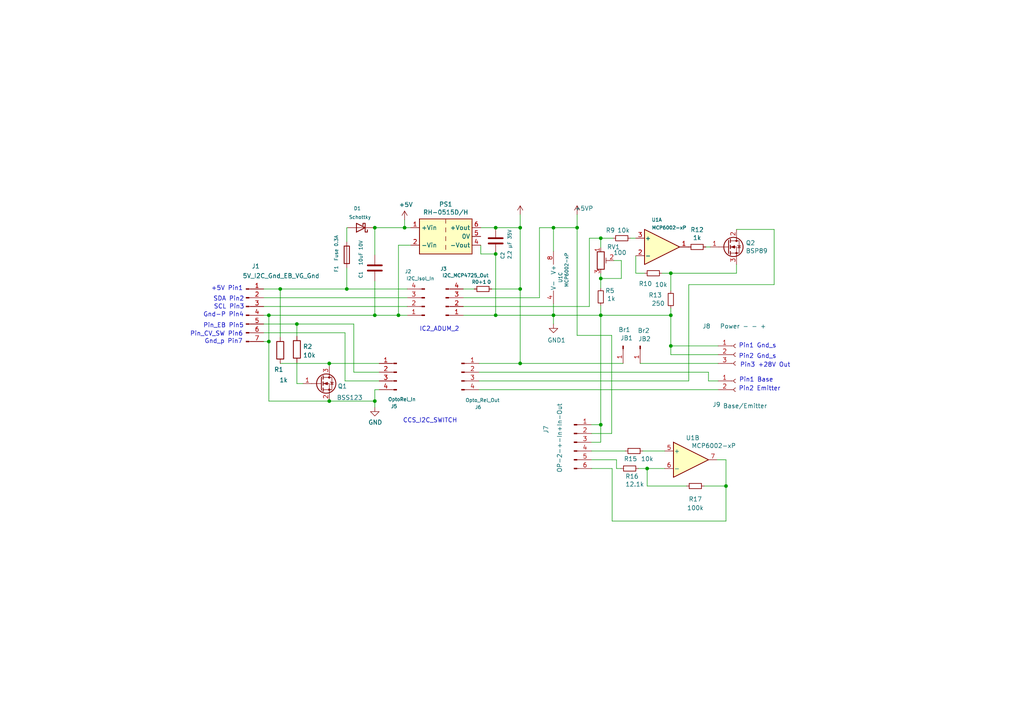
<source format=kicad_sch>
(kicad_sch (version 20211123) (generator eeschema)

  (uuid 4100db7a-9230-4f32-874f-cc5db8c21215)

  (paper "A4")

  (lib_symbols
    (symbol "Amplifier_Operational:MCP6002-xP" (pin_names (offset 0.127)) (in_bom yes) (on_board yes)
      (property "Reference" "U" (id 0) (at 0 5.08 0)
        (effects (font (size 1.27 1.27)) (justify left))
      )
      (property "Value" "MCP6002-xP" (id 1) (at 0 -5.08 0)
        (effects (font (size 1.27 1.27)) (justify left))
      )
      (property "Footprint" "" (id 2) (at 0 0 0)
        (effects (font (size 1.27 1.27)) hide)
      )
      (property "Datasheet" "http://ww1.microchip.com/downloads/en/DeviceDoc/21733j.pdf" (id 3) (at 0 0 0)
        (effects (font (size 1.27 1.27)) hide)
      )
      (property "ki_locked" "" (id 4) (at 0 0 0)
        (effects (font (size 1.27 1.27)))
      )
      (property "ki_keywords" "dual opamp" (id 5) (at 0 0 0)
        (effects (font (size 1.27 1.27)) hide)
      )
      (property "ki_description" "1MHz, Low-Power Op Amp, DIP-8" (id 6) (at 0 0 0)
        (effects (font (size 1.27 1.27)) hide)
      )
      (property "ki_fp_filters" "SOIC*3.9x4.9mm*P1.27mm* DIP*W7.62mm* TO*99* OnSemi*Micro8* TSSOP*3x3mm*P0.65mm* TSSOP*4.4x3mm*P0.65mm* MSOP*3x3mm*P0.65mm* SSOP*3.9x4.9mm*P0.635mm* LFCSP*2x2mm*P0.5mm* *SIP* SOIC*5.3x6.2mm*P1.27mm*" (id 7) (at 0 0 0)
        (effects (font (size 1.27 1.27)) hide)
      )
      (symbol "MCP6002-xP_1_1"
        (polyline
          (pts
            (xy -5.08 5.08)
            (xy 5.08 0)
            (xy -5.08 -5.08)
            (xy -5.08 5.08)
          )
          (stroke (width 0.254) (type default) (color 0 0 0 0))
          (fill (type background))
        )
        (pin output line (at 7.62 0 180) (length 2.54)
          (name "~" (effects (font (size 1.27 1.27))))
          (number "1" (effects (font (size 1.27 1.27))))
        )
        (pin input line (at -7.62 -2.54 0) (length 2.54)
          (name "-" (effects (font (size 1.27 1.27))))
          (number "2" (effects (font (size 1.27 1.27))))
        )
        (pin input line (at -7.62 2.54 0) (length 2.54)
          (name "+" (effects (font (size 1.27 1.27))))
          (number "3" (effects (font (size 1.27 1.27))))
        )
      )
      (symbol "MCP6002-xP_2_1"
        (polyline
          (pts
            (xy -5.08 5.08)
            (xy 5.08 0)
            (xy -5.08 -5.08)
            (xy -5.08 5.08)
          )
          (stroke (width 0.254) (type default) (color 0 0 0 0))
          (fill (type background))
        )
        (pin input line (at -7.62 2.54 0) (length 2.54)
          (name "+" (effects (font (size 1.27 1.27))))
          (number "5" (effects (font (size 1.27 1.27))))
        )
        (pin input line (at -7.62 -2.54 0) (length 2.54)
          (name "-" (effects (font (size 1.27 1.27))))
          (number "6" (effects (font (size 1.27 1.27))))
        )
        (pin output line (at 7.62 0 180) (length 2.54)
          (name "~" (effects (font (size 1.27 1.27))))
          (number "7" (effects (font (size 1.27 1.27))))
        )
      )
      (symbol "MCP6002-xP_3_1"
        (pin power_in line (at -2.54 -7.62 90) (length 3.81)
          (name "V-" (effects (font (size 1.27 1.27))))
          (number "4" (effects (font (size 1.27 1.27))))
        )
        (pin power_in line (at -2.54 7.62 270) (length 3.81)
          (name "V+" (effects (font (size 1.27 1.27))))
          (number "8" (effects (font (size 1.27 1.27))))
        )
      )
    )
    (symbol "Connector:Conn_01x01_Male" (pin_names (offset 1.016) hide) (in_bom yes) (on_board yes)
      (property "Reference" "J" (id 0) (at 0 2.54 0)
        (effects (font (size 1.27 1.27)))
      )
      (property "Value" "Conn_01x01_Male" (id 1) (at 0 -2.54 0)
        (effects (font (size 1.27 1.27)))
      )
      (property "Footprint" "" (id 2) (at 0 0 0)
        (effects (font (size 1.27 1.27)) hide)
      )
      (property "Datasheet" "~" (id 3) (at 0 0 0)
        (effects (font (size 1.27 1.27)) hide)
      )
      (property "ki_keywords" "connector" (id 4) (at 0 0 0)
        (effects (font (size 1.27 1.27)) hide)
      )
      (property "ki_description" "Generic connector, single row, 01x01, script generated (kicad-library-utils/schlib/autogen/connector/)" (id 5) (at 0 0 0)
        (effects (font (size 1.27 1.27)) hide)
      )
      (property "ki_fp_filters" "Connector*:*" (id 6) (at 0 0 0)
        (effects (font (size 1.27 1.27)) hide)
      )
      (symbol "Conn_01x01_Male_1_1"
        (polyline
          (pts
            (xy 1.27 0)
            (xy 0.8636 0)
          )
          (stroke (width 0.1524) (type default) (color 0 0 0 0))
          (fill (type none))
        )
        (rectangle (start 0.8636 0.127) (end 0 -0.127)
          (stroke (width 0.1524) (type default) (color 0 0 0 0))
          (fill (type outline))
        )
        (pin passive line (at 5.08 0 180) (length 3.81)
          (name "Pin_1" (effects (font (size 1.27 1.27))))
          (number "1" (effects (font (size 1.27 1.27))))
        )
      )
    )
    (symbol "Connector:Conn_01x02_Female" (pin_names (offset 1.016) hide) (in_bom yes) (on_board yes)
      (property "Reference" "J" (id 0) (at 0 2.54 0)
        (effects (font (size 1.27 1.27)))
      )
      (property "Value" "Conn_01x02_Female" (id 1) (at 0 -5.08 0)
        (effects (font (size 1.27 1.27)))
      )
      (property "Footprint" "" (id 2) (at 0 0 0)
        (effects (font (size 1.27 1.27)) hide)
      )
      (property "Datasheet" "~" (id 3) (at 0 0 0)
        (effects (font (size 1.27 1.27)) hide)
      )
      (property "ki_keywords" "connector" (id 4) (at 0 0 0)
        (effects (font (size 1.27 1.27)) hide)
      )
      (property "ki_description" "Generic connector, single row, 01x02, script generated (kicad-library-utils/schlib/autogen/connector/)" (id 5) (at 0 0 0)
        (effects (font (size 1.27 1.27)) hide)
      )
      (property "ki_fp_filters" "Connector*:*_1x??_*" (id 6) (at 0 0 0)
        (effects (font (size 1.27 1.27)) hide)
      )
      (symbol "Conn_01x02_Female_1_1"
        (arc (start 0 -2.032) (mid -0.508 -2.54) (end 0 -3.048)
          (stroke (width 0.1524) (type default) (color 0 0 0 0))
          (fill (type none))
        )
        (polyline
          (pts
            (xy -1.27 -2.54)
            (xy -0.508 -2.54)
          )
          (stroke (width 0.1524) (type default) (color 0 0 0 0))
          (fill (type none))
        )
        (polyline
          (pts
            (xy -1.27 0)
            (xy -0.508 0)
          )
          (stroke (width 0.1524) (type default) (color 0 0 0 0))
          (fill (type none))
        )
        (arc (start 0 0.508) (mid -0.508 0) (end 0 -0.508)
          (stroke (width 0.1524) (type default) (color 0 0 0 0))
          (fill (type none))
        )
        (pin passive line (at -5.08 0 0) (length 3.81)
          (name "Pin_1" (effects (font (size 1.27 1.27))))
          (number "1" (effects (font (size 1.27 1.27))))
        )
        (pin passive line (at -5.08 -2.54 0) (length 3.81)
          (name "Pin_2" (effects (font (size 1.27 1.27))))
          (number "2" (effects (font (size 1.27 1.27))))
        )
      )
    )
    (symbol "Connector:Conn_01x03_Female" (pin_names (offset 1.016) hide) (in_bom yes) (on_board yes)
      (property "Reference" "J" (id 0) (at 0 5.08 0)
        (effects (font (size 1.27 1.27)))
      )
      (property "Value" "Conn_01x03_Female" (id 1) (at 0 -5.08 0)
        (effects (font (size 1.27 1.27)))
      )
      (property "Footprint" "" (id 2) (at 0 0 0)
        (effects (font (size 1.27 1.27)) hide)
      )
      (property "Datasheet" "~" (id 3) (at 0 0 0)
        (effects (font (size 1.27 1.27)) hide)
      )
      (property "ki_keywords" "connector" (id 4) (at 0 0 0)
        (effects (font (size 1.27 1.27)) hide)
      )
      (property "ki_description" "Generic connector, single row, 01x03, script generated (kicad-library-utils/schlib/autogen/connector/)" (id 5) (at 0 0 0)
        (effects (font (size 1.27 1.27)) hide)
      )
      (property "ki_fp_filters" "Connector*:*_1x??_*" (id 6) (at 0 0 0)
        (effects (font (size 1.27 1.27)) hide)
      )
      (symbol "Conn_01x03_Female_1_1"
        (arc (start 0 -2.032) (mid -0.508 -2.54) (end 0 -3.048)
          (stroke (width 0.1524) (type default) (color 0 0 0 0))
          (fill (type none))
        )
        (polyline
          (pts
            (xy -1.27 -2.54)
            (xy -0.508 -2.54)
          )
          (stroke (width 0.1524) (type default) (color 0 0 0 0))
          (fill (type none))
        )
        (polyline
          (pts
            (xy -1.27 0)
            (xy -0.508 0)
          )
          (stroke (width 0.1524) (type default) (color 0 0 0 0))
          (fill (type none))
        )
        (polyline
          (pts
            (xy -1.27 2.54)
            (xy -0.508 2.54)
          )
          (stroke (width 0.1524) (type default) (color 0 0 0 0))
          (fill (type none))
        )
        (arc (start 0 0.508) (mid -0.508 0) (end 0 -0.508)
          (stroke (width 0.1524) (type default) (color 0 0 0 0))
          (fill (type none))
        )
        (arc (start 0 3.048) (mid -0.508 2.54) (end 0 2.032)
          (stroke (width 0.1524) (type default) (color 0 0 0 0))
          (fill (type none))
        )
        (pin passive line (at -5.08 2.54 0) (length 3.81)
          (name "Pin_1" (effects (font (size 1.27 1.27))))
          (number "1" (effects (font (size 1.27 1.27))))
        )
        (pin passive line (at -5.08 0 0) (length 3.81)
          (name "Pin_2" (effects (font (size 1.27 1.27))))
          (number "2" (effects (font (size 1.27 1.27))))
        )
        (pin passive line (at -5.08 -2.54 0) (length 3.81)
          (name "Pin_3" (effects (font (size 1.27 1.27))))
          (number "3" (effects (font (size 1.27 1.27))))
        )
      )
    )
    (symbol "Connector:Conn_01x04_Male" (pin_names (offset 1.016) hide) (in_bom yes) (on_board yes)
      (property "Reference" "J" (id 0) (at 0 5.08 0)
        (effects (font (size 1.27 1.27)))
      )
      (property "Value" "Conn_01x04_Male" (id 1) (at 0 -7.62 0)
        (effects (font (size 1.27 1.27)))
      )
      (property "Footprint" "" (id 2) (at 0 0 0)
        (effects (font (size 1.27 1.27)) hide)
      )
      (property "Datasheet" "~" (id 3) (at 0 0 0)
        (effects (font (size 1.27 1.27)) hide)
      )
      (property "ki_keywords" "connector" (id 4) (at 0 0 0)
        (effects (font (size 1.27 1.27)) hide)
      )
      (property "ki_description" "Generic connector, single row, 01x04, script generated (kicad-library-utils/schlib/autogen/connector/)" (id 5) (at 0 0 0)
        (effects (font (size 1.27 1.27)) hide)
      )
      (property "ki_fp_filters" "Connector*:*_1x??_*" (id 6) (at 0 0 0)
        (effects (font (size 1.27 1.27)) hide)
      )
      (symbol "Conn_01x04_Male_1_1"
        (polyline
          (pts
            (xy 1.27 -5.08)
            (xy 0.8636 -5.08)
          )
          (stroke (width 0.1524) (type default) (color 0 0 0 0))
          (fill (type none))
        )
        (polyline
          (pts
            (xy 1.27 -2.54)
            (xy 0.8636 -2.54)
          )
          (stroke (width 0.1524) (type default) (color 0 0 0 0))
          (fill (type none))
        )
        (polyline
          (pts
            (xy 1.27 0)
            (xy 0.8636 0)
          )
          (stroke (width 0.1524) (type default) (color 0 0 0 0))
          (fill (type none))
        )
        (polyline
          (pts
            (xy 1.27 2.54)
            (xy 0.8636 2.54)
          )
          (stroke (width 0.1524) (type default) (color 0 0 0 0))
          (fill (type none))
        )
        (rectangle (start 0.8636 -4.953) (end 0 -5.207)
          (stroke (width 0.1524) (type default) (color 0 0 0 0))
          (fill (type outline))
        )
        (rectangle (start 0.8636 -2.413) (end 0 -2.667)
          (stroke (width 0.1524) (type default) (color 0 0 0 0))
          (fill (type outline))
        )
        (rectangle (start 0.8636 0.127) (end 0 -0.127)
          (stroke (width 0.1524) (type default) (color 0 0 0 0))
          (fill (type outline))
        )
        (rectangle (start 0.8636 2.667) (end 0 2.413)
          (stroke (width 0.1524) (type default) (color 0 0 0 0))
          (fill (type outline))
        )
        (pin passive line (at 5.08 2.54 180) (length 3.81)
          (name "Pin_1" (effects (font (size 1.27 1.27))))
          (number "1" (effects (font (size 1.27 1.27))))
        )
        (pin passive line (at 5.08 0 180) (length 3.81)
          (name "Pin_2" (effects (font (size 1.27 1.27))))
          (number "2" (effects (font (size 1.27 1.27))))
        )
        (pin passive line (at 5.08 -2.54 180) (length 3.81)
          (name "Pin_3" (effects (font (size 1.27 1.27))))
          (number "3" (effects (font (size 1.27 1.27))))
        )
        (pin passive line (at 5.08 -5.08 180) (length 3.81)
          (name "Pin_4" (effects (font (size 1.27 1.27))))
          (number "4" (effects (font (size 1.27 1.27))))
        )
      )
    )
    (symbol "Connector:Conn_01x06_Male" (pin_names (offset 1.016) hide) (in_bom yes) (on_board yes)
      (property "Reference" "J" (id 0) (at 0 7.62 0)
        (effects (font (size 1.27 1.27)))
      )
      (property "Value" "Conn_01x06_Male" (id 1) (at 0 -10.16 0)
        (effects (font (size 1.27 1.27)))
      )
      (property "Footprint" "" (id 2) (at 0 0 0)
        (effects (font (size 1.27 1.27)) hide)
      )
      (property "Datasheet" "~" (id 3) (at 0 0 0)
        (effects (font (size 1.27 1.27)) hide)
      )
      (property "ki_keywords" "connector" (id 4) (at 0 0 0)
        (effects (font (size 1.27 1.27)) hide)
      )
      (property "ki_description" "Generic connector, single row, 01x06, script generated (kicad-library-utils/schlib/autogen/connector/)" (id 5) (at 0 0 0)
        (effects (font (size 1.27 1.27)) hide)
      )
      (property "ki_fp_filters" "Connector*:*_1x??_*" (id 6) (at 0 0 0)
        (effects (font (size 1.27 1.27)) hide)
      )
      (symbol "Conn_01x06_Male_1_1"
        (polyline
          (pts
            (xy 1.27 -7.62)
            (xy 0.8636 -7.62)
          )
          (stroke (width 0.1524) (type default) (color 0 0 0 0))
          (fill (type none))
        )
        (polyline
          (pts
            (xy 1.27 -5.08)
            (xy 0.8636 -5.08)
          )
          (stroke (width 0.1524) (type default) (color 0 0 0 0))
          (fill (type none))
        )
        (polyline
          (pts
            (xy 1.27 -2.54)
            (xy 0.8636 -2.54)
          )
          (stroke (width 0.1524) (type default) (color 0 0 0 0))
          (fill (type none))
        )
        (polyline
          (pts
            (xy 1.27 0)
            (xy 0.8636 0)
          )
          (stroke (width 0.1524) (type default) (color 0 0 0 0))
          (fill (type none))
        )
        (polyline
          (pts
            (xy 1.27 2.54)
            (xy 0.8636 2.54)
          )
          (stroke (width 0.1524) (type default) (color 0 0 0 0))
          (fill (type none))
        )
        (polyline
          (pts
            (xy 1.27 5.08)
            (xy 0.8636 5.08)
          )
          (stroke (width 0.1524) (type default) (color 0 0 0 0))
          (fill (type none))
        )
        (rectangle (start 0.8636 -7.493) (end 0 -7.747)
          (stroke (width 0.1524) (type default) (color 0 0 0 0))
          (fill (type outline))
        )
        (rectangle (start 0.8636 -4.953) (end 0 -5.207)
          (stroke (width 0.1524) (type default) (color 0 0 0 0))
          (fill (type outline))
        )
        (rectangle (start 0.8636 -2.413) (end 0 -2.667)
          (stroke (width 0.1524) (type default) (color 0 0 0 0))
          (fill (type outline))
        )
        (rectangle (start 0.8636 0.127) (end 0 -0.127)
          (stroke (width 0.1524) (type default) (color 0 0 0 0))
          (fill (type outline))
        )
        (rectangle (start 0.8636 2.667) (end 0 2.413)
          (stroke (width 0.1524) (type default) (color 0 0 0 0))
          (fill (type outline))
        )
        (rectangle (start 0.8636 5.207) (end 0 4.953)
          (stroke (width 0.1524) (type default) (color 0 0 0 0))
          (fill (type outline))
        )
        (pin passive line (at 5.08 5.08 180) (length 3.81)
          (name "Pin_1" (effects (font (size 1.27 1.27))))
          (number "1" (effects (font (size 1.27 1.27))))
        )
        (pin passive line (at 5.08 2.54 180) (length 3.81)
          (name "Pin_2" (effects (font (size 1.27 1.27))))
          (number "2" (effects (font (size 1.27 1.27))))
        )
        (pin passive line (at 5.08 0 180) (length 3.81)
          (name "Pin_3" (effects (font (size 1.27 1.27))))
          (number "3" (effects (font (size 1.27 1.27))))
        )
        (pin passive line (at 5.08 -2.54 180) (length 3.81)
          (name "Pin_4" (effects (font (size 1.27 1.27))))
          (number "4" (effects (font (size 1.27 1.27))))
        )
        (pin passive line (at 5.08 -5.08 180) (length 3.81)
          (name "Pin_5" (effects (font (size 1.27 1.27))))
          (number "5" (effects (font (size 1.27 1.27))))
        )
        (pin passive line (at 5.08 -7.62 180) (length 3.81)
          (name "Pin_6" (effects (font (size 1.27 1.27))))
          (number "6" (effects (font (size 1.27 1.27))))
        )
      )
    )
    (symbol "Connector:Conn_01x07_Male" (pin_names (offset 1.016) hide) (in_bom yes) (on_board yes)
      (property "Reference" "J" (id 0) (at 0 10.16 0)
        (effects (font (size 1.27 1.27)))
      )
      (property "Value" "Conn_01x07_Male" (id 1) (at 0 -10.16 0)
        (effects (font (size 1.27 1.27)))
      )
      (property "Footprint" "" (id 2) (at 0 0 0)
        (effects (font (size 1.27 1.27)) hide)
      )
      (property "Datasheet" "~" (id 3) (at 0 0 0)
        (effects (font (size 1.27 1.27)) hide)
      )
      (property "ki_keywords" "connector" (id 4) (at 0 0 0)
        (effects (font (size 1.27 1.27)) hide)
      )
      (property "ki_description" "Generic connector, single row, 01x07, script generated (kicad-library-utils/schlib/autogen/connector/)" (id 5) (at 0 0 0)
        (effects (font (size 1.27 1.27)) hide)
      )
      (property "ki_fp_filters" "Connector*:*_1x??_*" (id 6) (at 0 0 0)
        (effects (font (size 1.27 1.27)) hide)
      )
      (symbol "Conn_01x07_Male_1_1"
        (polyline
          (pts
            (xy 1.27 -7.62)
            (xy 0.8636 -7.62)
          )
          (stroke (width 0.1524) (type default) (color 0 0 0 0))
          (fill (type none))
        )
        (polyline
          (pts
            (xy 1.27 -5.08)
            (xy 0.8636 -5.08)
          )
          (stroke (width 0.1524) (type default) (color 0 0 0 0))
          (fill (type none))
        )
        (polyline
          (pts
            (xy 1.27 -2.54)
            (xy 0.8636 -2.54)
          )
          (stroke (width 0.1524) (type default) (color 0 0 0 0))
          (fill (type none))
        )
        (polyline
          (pts
            (xy 1.27 0)
            (xy 0.8636 0)
          )
          (stroke (width 0.1524) (type default) (color 0 0 0 0))
          (fill (type none))
        )
        (polyline
          (pts
            (xy 1.27 2.54)
            (xy 0.8636 2.54)
          )
          (stroke (width 0.1524) (type default) (color 0 0 0 0))
          (fill (type none))
        )
        (polyline
          (pts
            (xy 1.27 5.08)
            (xy 0.8636 5.08)
          )
          (stroke (width 0.1524) (type default) (color 0 0 0 0))
          (fill (type none))
        )
        (polyline
          (pts
            (xy 1.27 7.62)
            (xy 0.8636 7.62)
          )
          (stroke (width 0.1524) (type default) (color 0 0 0 0))
          (fill (type none))
        )
        (rectangle (start 0.8636 -7.493) (end 0 -7.747)
          (stroke (width 0.1524) (type default) (color 0 0 0 0))
          (fill (type outline))
        )
        (rectangle (start 0.8636 -4.953) (end 0 -5.207)
          (stroke (width 0.1524) (type default) (color 0 0 0 0))
          (fill (type outline))
        )
        (rectangle (start 0.8636 -2.413) (end 0 -2.667)
          (stroke (width 0.1524) (type default) (color 0 0 0 0))
          (fill (type outline))
        )
        (rectangle (start 0.8636 0.127) (end 0 -0.127)
          (stroke (width 0.1524) (type default) (color 0 0 0 0))
          (fill (type outline))
        )
        (rectangle (start 0.8636 2.667) (end 0 2.413)
          (stroke (width 0.1524) (type default) (color 0 0 0 0))
          (fill (type outline))
        )
        (rectangle (start 0.8636 5.207) (end 0 4.953)
          (stroke (width 0.1524) (type default) (color 0 0 0 0))
          (fill (type outline))
        )
        (rectangle (start 0.8636 7.747) (end 0 7.493)
          (stroke (width 0.1524) (type default) (color 0 0 0 0))
          (fill (type outline))
        )
        (pin passive line (at 5.08 7.62 180) (length 3.81)
          (name "Pin_1" (effects (font (size 1.27 1.27))))
          (number "1" (effects (font (size 1.27 1.27))))
        )
        (pin passive line (at 5.08 5.08 180) (length 3.81)
          (name "Pin_2" (effects (font (size 1.27 1.27))))
          (number "2" (effects (font (size 1.27 1.27))))
        )
        (pin passive line (at 5.08 2.54 180) (length 3.81)
          (name "Pin_3" (effects (font (size 1.27 1.27))))
          (number "3" (effects (font (size 1.27 1.27))))
        )
        (pin passive line (at 5.08 0 180) (length 3.81)
          (name "Pin_4" (effects (font (size 1.27 1.27))))
          (number "4" (effects (font (size 1.27 1.27))))
        )
        (pin passive line (at 5.08 -2.54 180) (length 3.81)
          (name "Pin_5" (effects (font (size 1.27 1.27))))
          (number "5" (effects (font (size 1.27 1.27))))
        )
        (pin passive line (at 5.08 -5.08 180) (length 3.81)
          (name "Pin_6" (effects (font (size 1.27 1.27))))
          (number "6" (effects (font (size 1.27 1.27))))
        )
        (pin passive line (at 5.08 -7.62 180) (length 3.81)
          (name "Pin_7" (effects (font (size 1.27 1.27))))
          (number "7" (effects (font (size 1.27 1.27))))
        )
      )
    )
    (symbol "Converter_DCDC:IA0515S" (in_bom yes) (on_board yes)
      (property "Reference" "PS" (id 0) (at -7.62 6.35 0)
        (effects (font (size 1.27 1.27)) (justify left))
      )
      (property "Value" "IA0515S" (id 1) (at 1.27 6.35 0)
        (effects (font (size 1.27 1.27)) (justify left))
      )
      (property "Footprint" "Converter_DCDC:Converter_DCDC_XP_POWER-IAxxxxS_THT" (id 2) (at -26.67 -6.35 0)
        (effects (font (size 1.27 1.27)) (justify left) hide)
      )
      (property "Datasheet" "https://www.xppower.com/pdfs/SF_IA.pdf" (id 3) (at 26.67 -7.62 0)
        (effects (font (size 1.27 1.27)) (justify left) hide)
      )
      (property "ki_keywords" "XP_POWER DC/DC isolated Converter module" (id 4) (at 0 0 0)
        (effects (font (size 1.27 1.27)) hide)
      )
      (property "ki_description" "XP Power 1W, 1000 VDC Isolated DC/DC Converter Module, Dual Output Voltage ±15V, ±33mA, 5V Input Voltage, SIP" (id 5) (at 0 0 0)
        (effects (font (size 1.27 1.27)) hide)
      )
      (property "ki_fp_filters" "*XP?POWER?IAxxxxS*" (id 6) (at 0 0 0)
        (effects (font (size 1.27 1.27)) hide)
      )
      (symbol "IA0515S_0_0"
        (pin power_in line (at -10.16 2.54 0) (length 2.54)
          (name "+Vin" (effects (font (size 1.27 1.27))))
          (number "1" (effects (font (size 1.27 1.27))))
        )
        (pin power_in line (at -10.16 -2.54 0) (length 2.54)
          (name "-Vin" (effects (font (size 1.27 1.27))))
          (number "2" (effects (font (size 1.27 1.27))))
        )
        (pin power_out line (at 10.16 -2.54 180) (length 2.54)
          (name "-Vout" (effects (font (size 1.27 1.27))))
          (number "4" (effects (font (size 1.27 1.27))))
        )
        (pin power_out line (at 10.16 0 180) (length 2.54)
          (name "0V" (effects (font (size 1.27 1.27))))
          (number "5" (effects (font (size 1.27 1.27))))
        )
        (pin power_out line (at 10.16 2.54 180) (length 2.54)
          (name "+Vout" (effects (font (size 1.27 1.27))))
          (number "6" (effects (font (size 1.27 1.27))))
        )
      )
      (symbol "IA0515S_0_1"
        (rectangle (start -7.62 5.08) (end 7.62 -5.08)
          (stroke (width 0.254) (type default) (color 0 0 0 0))
          (fill (type background))
        )
        (polyline
          (pts
            (xy 0 -2.54)
            (xy 0 -3.81)
          )
          (stroke (width 0) (type default) (color 0 0 0 0))
          (fill (type none))
        )
        (polyline
          (pts
            (xy 0 0)
            (xy 0 -1.27)
          )
          (stroke (width 0) (type default) (color 0 0 0 0))
          (fill (type none))
        )
        (polyline
          (pts
            (xy 0 2.54)
            (xy 0 1.27)
          )
          (stroke (width 0) (type default) (color 0 0 0 0))
          (fill (type none))
        )
        (polyline
          (pts
            (xy 0 5.08)
            (xy 0 3.81)
          )
          (stroke (width 0) (type default) (color 0 0 0 0))
          (fill (type none))
        )
      )
    )
    (symbol "Device:C" (pin_numbers hide) (pin_names (offset 0.254)) (in_bom yes) (on_board yes)
      (property "Reference" "C" (id 0) (at 0.635 2.54 0)
        (effects (font (size 1.27 1.27)) (justify left))
      )
      (property "Value" "C" (id 1) (at 0.635 -2.54 0)
        (effects (font (size 1.27 1.27)) (justify left))
      )
      (property "Footprint" "" (id 2) (at 0.9652 -3.81 0)
        (effects (font (size 1.27 1.27)) hide)
      )
      (property "Datasheet" "~" (id 3) (at 0 0 0)
        (effects (font (size 1.27 1.27)) hide)
      )
      (property "ki_keywords" "cap capacitor" (id 4) (at 0 0 0)
        (effects (font (size 1.27 1.27)) hide)
      )
      (property "ki_description" "Unpolarized capacitor" (id 5) (at 0 0 0)
        (effects (font (size 1.27 1.27)) hide)
      )
      (property "ki_fp_filters" "C_*" (id 6) (at 0 0 0)
        (effects (font (size 1.27 1.27)) hide)
      )
      (symbol "C_0_1"
        (polyline
          (pts
            (xy -2.032 -0.762)
            (xy 2.032 -0.762)
          )
          (stroke (width 0.508) (type default) (color 0 0 0 0))
          (fill (type none))
        )
        (polyline
          (pts
            (xy -2.032 0.762)
            (xy 2.032 0.762)
          )
          (stroke (width 0.508) (type default) (color 0 0 0 0))
          (fill (type none))
        )
      )
      (symbol "C_1_1"
        (pin passive line (at 0 3.81 270) (length 2.794)
          (name "~" (effects (font (size 1.27 1.27))))
          (number "1" (effects (font (size 1.27 1.27))))
        )
        (pin passive line (at 0 -3.81 90) (length 2.794)
          (name "~" (effects (font (size 1.27 1.27))))
          (number "2" (effects (font (size 1.27 1.27))))
        )
      )
    )
    (symbol "Device:D_Schottky" (pin_numbers hide) (pin_names (offset 1.016) hide) (in_bom yes) (on_board yes)
      (property "Reference" "D" (id 0) (at 0 2.54 0)
        (effects (font (size 1.27 1.27)))
      )
      (property "Value" "D_Schottky" (id 1) (at 0 -2.54 0)
        (effects (font (size 1.27 1.27)))
      )
      (property "Footprint" "" (id 2) (at 0 0 0)
        (effects (font (size 1.27 1.27)) hide)
      )
      (property "Datasheet" "~" (id 3) (at 0 0 0)
        (effects (font (size 1.27 1.27)) hide)
      )
      (property "ki_keywords" "diode Schottky" (id 4) (at 0 0 0)
        (effects (font (size 1.27 1.27)) hide)
      )
      (property "ki_description" "Schottky diode" (id 5) (at 0 0 0)
        (effects (font (size 1.27 1.27)) hide)
      )
      (property "ki_fp_filters" "TO-???* *_Diode_* *SingleDiode* D_*" (id 6) (at 0 0 0)
        (effects (font (size 1.27 1.27)) hide)
      )
      (symbol "D_Schottky_0_1"
        (polyline
          (pts
            (xy 1.27 0)
            (xy -1.27 0)
          )
          (stroke (width 0) (type default) (color 0 0 0 0))
          (fill (type none))
        )
        (polyline
          (pts
            (xy 1.27 1.27)
            (xy 1.27 -1.27)
            (xy -1.27 0)
            (xy 1.27 1.27)
          )
          (stroke (width 0.254) (type default) (color 0 0 0 0))
          (fill (type none))
        )
        (polyline
          (pts
            (xy -1.905 0.635)
            (xy -1.905 1.27)
            (xy -1.27 1.27)
            (xy -1.27 -1.27)
            (xy -0.635 -1.27)
            (xy -0.635 -0.635)
          )
          (stroke (width 0.254) (type default) (color 0 0 0 0))
          (fill (type none))
        )
      )
      (symbol "D_Schottky_1_1"
        (pin passive line (at -3.81 0 0) (length 2.54)
          (name "K" (effects (font (size 1.27 1.27))))
          (number "1" (effects (font (size 1.27 1.27))))
        )
        (pin passive line (at 3.81 0 180) (length 2.54)
          (name "A" (effects (font (size 1.27 1.27))))
          (number "2" (effects (font (size 1.27 1.27))))
        )
      )
    )
    (symbol "Device:Fuse" (pin_numbers hide) (pin_names (offset 0)) (in_bom yes) (on_board yes)
      (property "Reference" "F" (id 0) (at 2.032 0 90)
        (effects (font (size 1.27 1.27)))
      )
      (property "Value" "Fuse" (id 1) (at -1.905 0 90)
        (effects (font (size 1.27 1.27)))
      )
      (property "Footprint" "" (id 2) (at -1.778 0 90)
        (effects (font (size 1.27 1.27)) hide)
      )
      (property "Datasheet" "~" (id 3) (at 0 0 0)
        (effects (font (size 1.27 1.27)) hide)
      )
      (property "ki_keywords" "fuse" (id 4) (at 0 0 0)
        (effects (font (size 1.27 1.27)) hide)
      )
      (property "ki_description" "Fuse" (id 5) (at 0 0 0)
        (effects (font (size 1.27 1.27)) hide)
      )
      (property "ki_fp_filters" "*Fuse*" (id 6) (at 0 0 0)
        (effects (font (size 1.27 1.27)) hide)
      )
      (symbol "Fuse_0_1"
        (rectangle (start -0.762 -2.54) (end 0.762 2.54)
          (stroke (width 0.254) (type default) (color 0 0 0 0))
          (fill (type none))
        )
        (polyline
          (pts
            (xy 0 2.54)
            (xy 0 -2.54)
          )
          (stroke (width 0) (type default) (color 0 0 0 0))
          (fill (type none))
        )
      )
      (symbol "Fuse_1_1"
        (pin passive line (at 0 3.81 270) (length 1.27)
          (name "~" (effects (font (size 1.27 1.27))))
          (number "1" (effects (font (size 1.27 1.27))))
        )
        (pin passive line (at 0 -3.81 90) (length 1.27)
          (name "~" (effects (font (size 1.27 1.27))))
          (number "2" (effects (font (size 1.27 1.27))))
        )
      )
    )
    (symbol "Device:R" (pin_numbers hide) (pin_names (offset 0)) (in_bom yes) (on_board yes)
      (property "Reference" "R" (id 0) (at 2.032 0 90)
        (effects (font (size 1.27 1.27)))
      )
      (property "Value" "R" (id 1) (at 0 0 90)
        (effects (font (size 1.27 1.27)))
      )
      (property "Footprint" "" (id 2) (at -1.778 0 90)
        (effects (font (size 1.27 1.27)) hide)
      )
      (property "Datasheet" "~" (id 3) (at 0 0 0)
        (effects (font (size 1.27 1.27)) hide)
      )
      (property "ki_keywords" "R res resistor" (id 4) (at 0 0 0)
        (effects (font (size 1.27 1.27)) hide)
      )
      (property "ki_description" "Resistor" (id 5) (at 0 0 0)
        (effects (font (size 1.27 1.27)) hide)
      )
      (property "ki_fp_filters" "R_*" (id 6) (at 0 0 0)
        (effects (font (size 1.27 1.27)) hide)
      )
      (symbol "R_0_1"
        (rectangle (start -1.016 -2.54) (end 1.016 2.54)
          (stroke (width 0.254) (type default) (color 0 0 0 0))
          (fill (type none))
        )
      )
      (symbol "R_1_1"
        (pin passive line (at 0 3.81 270) (length 1.27)
          (name "~" (effects (font (size 1.27 1.27))))
          (number "1" (effects (font (size 1.27 1.27))))
        )
        (pin passive line (at 0 -3.81 90) (length 1.27)
          (name "~" (effects (font (size 1.27 1.27))))
          (number "2" (effects (font (size 1.27 1.27))))
        )
      )
    )
    (symbol "Device:R_Potentiometer_Trim" (pin_names (offset 1.016) hide) (in_bom yes) (on_board yes)
      (property "Reference" "RV" (id 0) (at -4.445 0 90)
        (effects (font (size 1.27 1.27)))
      )
      (property "Value" "R_Potentiometer_Trim" (id 1) (at -2.54 0 90)
        (effects (font (size 1.27 1.27)))
      )
      (property "Footprint" "" (id 2) (at 0 0 0)
        (effects (font (size 1.27 1.27)) hide)
      )
      (property "Datasheet" "~" (id 3) (at 0 0 0)
        (effects (font (size 1.27 1.27)) hide)
      )
      (property "ki_keywords" "resistor variable trimpot trimmer" (id 4) (at 0 0 0)
        (effects (font (size 1.27 1.27)) hide)
      )
      (property "ki_description" "Trim-potentiometer" (id 5) (at 0 0 0)
        (effects (font (size 1.27 1.27)) hide)
      )
      (property "ki_fp_filters" "Potentiometer*" (id 6) (at 0 0 0)
        (effects (font (size 1.27 1.27)) hide)
      )
      (symbol "R_Potentiometer_Trim_0_1"
        (polyline
          (pts
            (xy 1.524 0.762)
            (xy 1.524 -0.762)
          )
          (stroke (width 0) (type default) (color 0 0 0 0))
          (fill (type none))
        )
        (polyline
          (pts
            (xy 2.54 0)
            (xy 1.524 0)
          )
          (stroke (width 0) (type default) (color 0 0 0 0))
          (fill (type none))
        )
        (rectangle (start 1.016 2.54) (end -1.016 -2.54)
          (stroke (width 0.254) (type default) (color 0 0 0 0))
          (fill (type none))
        )
      )
      (symbol "R_Potentiometer_Trim_1_1"
        (pin passive line (at 0 3.81 270) (length 1.27)
          (name "1" (effects (font (size 1.27 1.27))))
          (number "1" (effects (font (size 1.27 1.27))))
        )
        (pin passive line (at 3.81 0 180) (length 1.27)
          (name "2" (effects (font (size 1.27 1.27))))
          (number "2" (effects (font (size 1.27 1.27))))
        )
        (pin passive line (at 0 -3.81 90) (length 1.27)
          (name "3" (effects (font (size 1.27 1.27))))
          (number "3" (effects (font (size 1.27 1.27))))
        )
      )
    )
    (symbol "Device:R_Small" (pin_numbers hide) (pin_names (offset 0.254) hide) (in_bom yes) (on_board yes)
      (property "Reference" "R" (id 0) (at 0.762 0.508 0)
        (effects (font (size 1.27 1.27)) (justify left))
      )
      (property "Value" "R_Small" (id 1) (at 0.762 -1.016 0)
        (effects (font (size 1.27 1.27)) (justify left))
      )
      (property "Footprint" "" (id 2) (at 0 0 0)
        (effects (font (size 1.27 1.27)) hide)
      )
      (property "Datasheet" "~" (id 3) (at 0 0 0)
        (effects (font (size 1.27 1.27)) hide)
      )
      (property "ki_keywords" "R resistor" (id 4) (at 0 0 0)
        (effects (font (size 1.27 1.27)) hide)
      )
      (property "ki_description" "Resistor, small symbol" (id 5) (at 0 0 0)
        (effects (font (size 1.27 1.27)) hide)
      )
      (property "ki_fp_filters" "R_*" (id 6) (at 0 0 0)
        (effects (font (size 1.27 1.27)) hide)
      )
      (symbol "R_Small_0_1"
        (rectangle (start -0.762 1.778) (end 0.762 -1.778)
          (stroke (width 0.2032) (type default) (color 0 0 0 0))
          (fill (type none))
        )
      )
      (symbol "R_Small_1_1"
        (pin passive line (at 0 2.54 270) (length 0.762)
          (name "~" (effects (font (size 1.27 1.27))))
          (number "1" (effects (font (size 1.27 1.27))))
        )
        (pin passive line (at 0 -2.54 90) (length 0.762)
          (name "~" (effects (font (size 1.27 1.27))))
          (number "2" (effects (font (size 1.27 1.27))))
        )
      )
    )
    (symbol "Transistor_FET:BSP89" (pin_names hide) (in_bom yes) (on_board yes)
      (property "Reference" "Q" (id 0) (at 5.08 1.905 0)
        (effects (font (size 1.27 1.27)) (justify left))
      )
      (property "Value" "BSP89" (id 1) (at 5.08 0 0)
        (effects (font (size 1.27 1.27)) (justify left))
      )
      (property "Footprint" "Package_TO_SOT_SMD:SOT-223-3_TabPin2" (id 2) (at 5.08 -1.905 0)
        (effects (font (size 1.27 1.27) italic) (justify left) hide)
      )
      (property "Datasheet" "https://www.infineon.com/dgdl/Infineon-BSP89-DS-v02_02-en.pdf?fileId=db3a30433b47825b013b4b8a07f90d55" (id 3) (at 0 0 0)
        (effects (font (size 1.27 1.27)) (justify left) hide)
      )
      (property "ki_keywords" "N-Channel MOSFET" (id 4) (at 0 0 0)
        (effects (font (size 1.27 1.27)) hide)
      )
      (property "ki_description" "0.35A Id, 240V Vds, N-Channel Enhancement Mode MOSFET, SOT-223" (id 5) (at 0 0 0)
        (effects (font (size 1.27 1.27)) hide)
      )
      (property "ki_fp_filters" "SOT?223*" (id 6) (at 0 0 0)
        (effects (font (size 1.27 1.27)) hide)
      )
      (symbol "BSP89_0_1"
        (polyline
          (pts
            (xy 0.254 0)
            (xy -2.54 0)
          )
          (stroke (width 0) (type default) (color 0 0 0 0))
          (fill (type none))
        )
        (polyline
          (pts
            (xy 0.254 1.905)
            (xy 0.254 -1.905)
          )
          (stroke (width 0.254) (type default) (color 0 0 0 0))
          (fill (type none))
        )
        (polyline
          (pts
            (xy 0.762 -1.27)
            (xy 0.762 -2.286)
          )
          (stroke (width 0.254) (type default) (color 0 0 0 0))
          (fill (type none))
        )
        (polyline
          (pts
            (xy 0.762 0.508)
            (xy 0.762 -0.508)
          )
          (stroke (width 0.254) (type default) (color 0 0 0 0))
          (fill (type none))
        )
        (polyline
          (pts
            (xy 0.762 2.286)
            (xy 0.762 1.27)
          )
          (stroke (width 0.254) (type default) (color 0 0 0 0))
          (fill (type none))
        )
        (polyline
          (pts
            (xy 2.54 2.54)
            (xy 2.54 1.778)
          )
          (stroke (width 0) (type default) (color 0 0 0 0))
          (fill (type none))
        )
        (polyline
          (pts
            (xy 2.54 -2.54)
            (xy 2.54 0)
            (xy 0.762 0)
          )
          (stroke (width 0) (type default) (color 0 0 0 0))
          (fill (type none))
        )
        (polyline
          (pts
            (xy 0.762 -1.778)
            (xy 3.302 -1.778)
            (xy 3.302 1.778)
            (xy 0.762 1.778)
          )
          (stroke (width 0) (type default) (color 0 0 0 0))
          (fill (type none))
        )
        (polyline
          (pts
            (xy 1.016 0)
            (xy 2.032 0.381)
            (xy 2.032 -0.381)
            (xy 1.016 0)
          )
          (stroke (width 0) (type default) (color 0 0 0 0))
          (fill (type outline))
        )
        (polyline
          (pts
            (xy 2.794 0.508)
            (xy 2.921 0.381)
            (xy 3.683 0.381)
            (xy 3.81 0.254)
          )
          (stroke (width 0) (type default) (color 0 0 0 0))
          (fill (type none))
        )
        (polyline
          (pts
            (xy 3.302 0.381)
            (xy 2.921 -0.254)
            (xy 3.683 -0.254)
            (xy 3.302 0.381)
          )
          (stroke (width 0) (type default) (color 0 0 0 0))
          (fill (type none))
        )
        (circle (center 1.651 0) (radius 2.794)
          (stroke (width 0.254) (type default) (color 0 0 0 0))
          (fill (type none))
        )
        (circle (center 2.54 -1.778) (radius 0.254)
          (stroke (width 0) (type default) (color 0 0 0 0))
          (fill (type outline))
        )
        (circle (center 2.54 1.778) (radius 0.254)
          (stroke (width 0) (type default) (color 0 0 0 0))
          (fill (type outline))
        )
      )
      (symbol "BSP89_1_1"
        (pin input line (at -5.08 0 0) (length 2.54)
          (name "G" (effects (font (size 1.27 1.27))))
          (number "1" (effects (font (size 1.27 1.27))))
        )
        (pin passive line (at 2.54 5.08 270) (length 2.54)
          (name "D" (effects (font (size 1.27 1.27))))
          (number "2" (effects (font (size 1.27 1.27))))
        )
        (pin passive line (at 2.54 -5.08 90) (length 2.54)
          (name "S" (effects (font (size 1.27 1.27))))
          (number "3" (effects (font (size 1.27 1.27))))
        )
      )
    )
    (symbol "Transistor_FET:BSS123" (pin_names hide) (in_bom yes) (on_board yes)
      (property "Reference" "Q" (id 0) (at 5.08 1.905 0)
        (effects (font (size 1.27 1.27)) (justify left))
      )
      (property "Value" "BSS123" (id 1) (at 5.08 0 0)
        (effects (font (size 1.27 1.27)) (justify left))
      )
      (property "Footprint" "Package_TO_SOT_SMD:SOT-23" (id 2) (at 5.08 -1.905 0)
        (effects (font (size 1.27 1.27) italic) (justify left) hide)
      )
      (property "Datasheet" "http://www.diodes.com/assets/Datasheets/ds30366.pdf" (id 3) (at 0 0 0)
        (effects (font (size 1.27 1.27)) (justify left) hide)
      )
      (property "ki_keywords" "N-Channel MOSFET" (id 4) (at 0 0 0)
        (effects (font (size 1.27 1.27)) hide)
      )
      (property "ki_description" "0.17A Id, 100V Vds, N-Channel MOSFET, SOT-23" (id 5) (at 0 0 0)
        (effects (font (size 1.27 1.27)) hide)
      )
      (property "ki_fp_filters" "SOT?23*" (id 6) (at 0 0 0)
        (effects (font (size 1.27 1.27)) hide)
      )
      (symbol "BSS123_0_1"
        (polyline
          (pts
            (xy 0.254 0)
            (xy -2.54 0)
          )
          (stroke (width 0) (type default) (color 0 0 0 0))
          (fill (type none))
        )
        (polyline
          (pts
            (xy 0.254 1.905)
            (xy 0.254 -1.905)
          )
          (stroke (width 0.254) (type default) (color 0 0 0 0))
          (fill (type none))
        )
        (polyline
          (pts
            (xy 0.762 -1.27)
            (xy 0.762 -2.286)
          )
          (stroke (width 0.254) (type default) (color 0 0 0 0))
          (fill (type none))
        )
        (polyline
          (pts
            (xy 0.762 0.508)
            (xy 0.762 -0.508)
          )
          (stroke (width 0.254) (type default) (color 0 0 0 0))
          (fill (type none))
        )
        (polyline
          (pts
            (xy 0.762 2.286)
            (xy 0.762 1.27)
          )
          (stroke (width 0.254) (type default) (color 0 0 0 0))
          (fill (type none))
        )
        (polyline
          (pts
            (xy 2.54 2.54)
            (xy 2.54 1.778)
          )
          (stroke (width 0) (type default) (color 0 0 0 0))
          (fill (type none))
        )
        (polyline
          (pts
            (xy 2.54 -2.54)
            (xy 2.54 0)
            (xy 0.762 0)
          )
          (stroke (width 0) (type default) (color 0 0 0 0))
          (fill (type none))
        )
        (polyline
          (pts
            (xy 0.762 -1.778)
            (xy 3.302 -1.778)
            (xy 3.302 1.778)
            (xy 0.762 1.778)
          )
          (stroke (width 0) (type default) (color 0 0 0 0))
          (fill (type none))
        )
        (polyline
          (pts
            (xy 1.016 0)
            (xy 2.032 0.381)
            (xy 2.032 -0.381)
            (xy 1.016 0)
          )
          (stroke (width 0) (type default) (color 0 0 0 0))
          (fill (type outline))
        )
        (polyline
          (pts
            (xy 2.794 0.508)
            (xy 2.921 0.381)
            (xy 3.683 0.381)
            (xy 3.81 0.254)
          )
          (stroke (width 0) (type default) (color 0 0 0 0))
          (fill (type none))
        )
        (polyline
          (pts
            (xy 3.302 0.381)
            (xy 2.921 -0.254)
            (xy 3.683 -0.254)
            (xy 3.302 0.381)
          )
          (stroke (width 0) (type default) (color 0 0 0 0))
          (fill (type none))
        )
        (circle (center 1.651 0) (radius 2.794)
          (stroke (width 0.254) (type default) (color 0 0 0 0))
          (fill (type none))
        )
        (circle (center 2.54 -1.778) (radius 0.254)
          (stroke (width 0) (type default) (color 0 0 0 0))
          (fill (type outline))
        )
        (circle (center 2.54 1.778) (radius 0.254)
          (stroke (width 0) (type default) (color 0 0 0 0))
          (fill (type outline))
        )
      )
      (symbol "BSS123_1_1"
        (pin input line (at -5.08 0 0) (length 2.54)
          (name "G" (effects (font (size 1.27 1.27))))
          (number "1" (effects (font (size 1.27 1.27))))
        )
        (pin passive line (at 2.54 -5.08 90) (length 2.54)
          (name "S" (effects (font (size 1.27 1.27))))
          (number "2" (effects (font (size 1.27 1.27))))
        )
        (pin passive line (at 2.54 5.08 270) (length 2.54)
          (name "D" (effects (font (size 1.27 1.27))))
          (number "3" (effects (font (size 1.27 1.27))))
        )
      )
    )
    (symbol "power:+28V" (power) (pin_names (offset 0)) (in_bom yes) (on_board yes)
      (property "Reference" "#PWR" (id 0) (at 0 -3.81 0)
        (effects (font (size 1.27 1.27)) hide)
      )
      (property "Value" "+28V" (id 1) (at 0 3.81 0)
        (effects (font (size 1.27 1.27)))
      )
      (property "Footprint" "" (id 2) (at 6.35 1.27 0)
        (effects (font (size 1.27 1.27)) hide)
      )
      (property "Datasheet" "" (id 3) (at 6.35 1.27 0)
        (effects (font (size 1.27 1.27)) hide)
      )
      (property "ki_keywords" "global power" (id 4) (at 0 0 0)
        (effects (font (size 1.27 1.27)) hide)
      )
      (property "ki_description" "Power symbol creates a global label with name \"+28V\"" (id 5) (at 0 0 0)
        (effects (font (size 1.27 1.27)) hide)
      )
      (symbol "+28V_0_1"
        (polyline
          (pts
            (xy -0.762 1.27)
            (xy 0 2.54)
          )
          (stroke (width 0) (type default) (color 0 0 0 0))
          (fill (type none))
        )
        (polyline
          (pts
            (xy 0 0)
            (xy 0 2.54)
          )
          (stroke (width 0) (type default) (color 0 0 0 0))
          (fill (type none))
        )
        (polyline
          (pts
            (xy 0 2.54)
            (xy 0.762 1.27)
          )
          (stroke (width 0) (type default) (color 0 0 0 0))
          (fill (type none))
        )
      )
      (symbol "+28V_1_1"
        (pin power_in line (at 0 0 90) (length 0) hide
          (name "+28V" (effects (font (size 1.27 1.27))))
          (number "1" (effects (font (size 1.27 1.27))))
        )
      )
    )
    (symbol "power:+5V" (power) (pin_names (offset 0)) (in_bom yes) (on_board yes)
      (property "Reference" "#PWR" (id 0) (at 0 -3.81 0)
        (effects (font (size 1.27 1.27)) hide)
      )
      (property "Value" "+5V" (id 1) (at 0 3.556 0)
        (effects (font (size 1.27 1.27)))
      )
      (property "Footprint" "" (id 2) (at 0 0 0)
        (effects (font (size 1.27 1.27)) hide)
      )
      (property "Datasheet" "" (id 3) (at 0 0 0)
        (effects (font (size 1.27 1.27)) hide)
      )
      (property "ki_keywords" "global power" (id 4) (at 0 0 0)
        (effects (font (size 1.27 1.27)) hide)
      )
      (property "ki_description" "Power symbol creates a global label with name \"+5V\"" (id 5) (at 0 0 0)
        (effects (font (size 1.27 1.27)) hide)
      )
      (symbol "+5V_0_1"
        (polyline
          (pts
            (xy -0.762 1.27)
            (xy 0 2.54)
          )
          (stroke (width 0) (type default) (color 0 0 0 0))
          (fill (type none))
        )
        (polyline
          (pts
            (xy 0 0)
            (xy 0 2.54)
          )
          (stroke (width 0) (type default) (color 0 0 0 0))
          (fill (type none))
        )
        (polyline
          (pts
            (xy 0 2.54)
            (xy 0.762 1.27)
          )
          (stroke (width 0) (type default) (color 0 0 0 0))
          (fill (type none))
        )
      )
      (symbol "+5V_1_1"
        (pin power_in line (at 0 0 90) (length 0) hide
          (name "+5V" (effects (font (size 1.27 1.27))))
          (number "1" (effects (font (size 1.27 1.27))))
        )
      )
    )
    (symbol "power:+5VP" (power) (pin_names (offset 0)) (in_bom yes) (on_board yes)
      (property "Reference" "#PWR" (id 0) (at 0 -3.81 0)
        (effects (font (size 1.27 1.27)) hide)
      )
      (property "Value" "+5VP" (id 1) (at 0 3.556 0)
        (effects (font (size 1.27 1.27)))
      )
      (property "Footprint" "" (id 2) (at 0 0 0)
        (effects (font (size 1.27 1.27)) hide)
      )
      (property "Datasheet" "" (id 3) (at 0 0 0)
        (effects (font (size 1.27 1.27)) hide)
      )
      (property "ki_keywords" "global power" (id 4) (at 0 0 0)
        (effects (font (size 1.27 1.27)) hide)
      )
      (property "ki_description" "Power symbol creates a global label with name \"+5VP\"" (id 5) (at 0 0 0)
        (effects (font (size 1.27 1.27)) hide)
      )
      (symbol "+5VP_0_1"
        (polyline
          (pts
            (xy -0.762 1.27)
            (xy 0 2.54)
          )
          (stroke (width 0) (type default) (color 0 0 0 0))
          (fill (type none))
        )
        (polyline
          (pts
            (xy 0 0)
            (xy 0 2.54)
          )
          (stroke (width 0) (type default) (color 0 0 0 0))
          (fill (type none))
        )
        (polyline
          (pts
            (xy 0 2.54)
            (xy 0.762 1.27)
          )
          (stroke (width 0) (type default) (color 0 0 0 0))
          (fill (type none))
        )
      )
      (symbol "+5VP_1_1"
        (pin power_in line (at 0 0 90) (length 0) hide
          (name "+5VP" (effects (font (size 1.27 1.27))))
          (number "1" (effects (font (size 1.27 1.27))))
        )
      )
    )
    (symbol "power:GND" (power) (pin_names (offset 0)) (in_bom yes) (on_board yes)
      (property "Reference" "#PWR" (id 0) (at 0 -6.35 0)
        (effects (font (size 1.27 1.27)) hide)
      )
      (property "Value" "GND" (id 1) (at 0 -3.81 0)
        (effects (font (size 1.27 1.27)))
      )
      (property "Footprint" "" (id 2) (at 0 0 0)
        (effects (font (size 1.27 1.27)) hide)
      )
      (property "Datasheet" "" (id 3) (at 0 0 0)
        (effects (font (size 1.27 1.27)) hide)
      )
      (property "ki_keywords" "global power" (id 4) (at 0 0 0)
        (effects (font (size 1.27 1.27)) hide)
      )
      (property "ki_description" "Power symbol creates a global label with name \"GND\" , ground" (id 5) (at 0 0 0)
        (effects (font (size 1.27 1.27)) hide)
      )
      (symbol "GND_0_1"
        (polyline
          (pts
            (xy 0 0)
            (xy 0 -1.27)
            (xy 1.27 -1.27)
            (xy 0 -2.54)
            (xy -1.27 -1.27)
            (xy 0 -1.27)
          )
          (stroke (width 0) (type default) (color 0 0 0 0))
          (fill (type none))
        )
      )
      (symbol "GND_1_1"
        (pin power_in line (at 0 0 270) (length 0) hide
          (name "GND" (effects (font (size 1.27 1.27))))
          (number "1" (effects (font (size 1.27 1.27))))
        )
      )
    )
    (symbol "power:GND1" (power) (pin_names (offset 0)) (in_bom yes) (on_board yes)
      (property "Reference" "#PWR" (id 0) (at 0 -6.35 0)
        (effects (font (size 1.27 1.27)) hide)
      )
      (property "Value" "GND1" (id 1) (at 0 -3.81 0)
        (effects (font (size 1.27 1.27)))
      )
      (property "Footprint" "" (id 2) (at 0 0 0)
        (effects (font (size 1.27 1.27)) hide)
      )
      (property "Datasheet" "" (id 3) (at 0 0 0)
        (effects (font (size 1.27 1.27)) hide)
      )
      (property "ki_keywords" "global power" (id 4) (at 0 0 0)
        (effects (font (size 1.27 1.27)) hide)
      )
      (property "ki_description" "Power symbol creates a global label with name \"GND1\" , ground" (id 5) (at 0 0 0)
        (effects (font (size 1.27 1.27)) hide)
      )
      (symbol "GND1_0_1"
        (polyline
          (pts
            (xy 0 0)
            (xy 0 -1.27)
            (xy 1.27 -1.27)
            (xy 0 -2.54)
            (xy -1.27 -1.27)
            (xy 0 -1.27)
          )
          (stroke (width 0) (type default) (color 0 0 0 0))
          (fill (type none))
        )
      )
      (symbol "GND1_1_1"
        (pin power_in line (at 0 0 270) (length 0) hide
          (name "GND1" (effects (font (size 1.27 1.27))))
          (number "1" (effects (font (size 1.27 1.27))))
        )
      )
    )
  )

  (junction (at 187.706 135.89) (diameter 0) (color 0 0 0 0)
    (uuid 0f8f256a-1363-4bb8-875d-366ca17be27d)
  )
  (junction (at 86.106 93.98) (diameter 0) (color 0 0 0 0)
    (uuid 16acc270-173a-4a9d-bdb5-3448cf5a8b32)
  )
  (junction (at 194.564 79.248) (diameter 0) (color 0 0 0 0)
    (uuid 1f484835-b963-4f2c-a860-7538afa6584d)
  )
  (junction (at 150.876 66.04) (diameter 0) (color 0 0 0 0)
    (uuid 22052917-55c7-4fb5-a6be-d6732678de63)
  )
  (junction (at 108.712 66.04) (diameter 0) (color 0 0 0 0)
    (uuid 2bf245a3-c864-403a-bdef-4ea5a5d5ad7a)
  )
  (junction (at 194.564 91.44) (diameter 0) (color 0 0 0 0)
    (uuid 2fc1dd5f-a7da-412c-9de3-dcaec2e4b572)
  )
  (junction (at 143.764 73.66) (diameter 0) (color 0 0 0 0)
    (uuid 4ed619fc-3296-4d61-9639-997beb3a6455)
  )
  (junction (at 174.244 80.772) (diameter 0) (color 0 0 0 0)
    (uuid 52a5e30d-98ae-486a-aff7-bb54f4089f19)
  )
  (junction (at 108.712 116.332) (diameter 0) (color 0 0 0 0)
    (uuid 57fedd6a-bca8-4303-99c6-4990725da8dd)
  )
  (junction (at 100.584 83.82) (diameter 0) (color 0 0 0 0)
    (uuid 5bcd05a6-62f8-4c10-81c4-0498efd94b42)
  )
  (junction (at 174.244 69.088) (diameter 0) (color 0 0 0 0)
    (uuid 64f2fc32-1a1a-4958-a988-964dcb6ab598)
  )
  (junction (at 160.528 66.04) (diameter 0) (color 0 0 0 0)
    (uuid 6d5df2f9-8a5b-4b5e-8304-d93e9161adc2)
  )
  (junction (at 95.504 116.332) (diameter 0) (color 0 0 0 0)
    (uuid 7b82664c-dc2a-400e-b91a-2bfb9173b8ac)
  )
  (junction (at 143.764 91.44) (diameter 0) (color 0 0 0 0)
    (uuid 845fcd44-e1b4-4e27-a0ac-58c5b0c92647)
  )
  (junction (at 167.386 66.04) (diameter 0) (color 0 0 0 0)
    (uuid 8d27809a-4739-4c54-a1f7-0cc0bf7b3f93)
  )
  (junction (at 77.978 91.44) (diameter 0) (color 0 0 0 0)
    (uuid 9248d23a-b21c-4b1d-8c34-5a2ac1fd03c6)
  )
  (junction (at 160.528 91.44) (diameter 0) (color 0 0 0 0)
    (uuid 943715b2-0ced-4659-b7db-0e0060873a44)
  )
  (junction (at 194.564 100.33) (diameter 0) (color 0 0 0 0)
    (uuid 9b27b223-4fa3-48fa-b3f4-00941fc18548)
  )
  (junction (at 150.876 105.41) (diameter 0) (color 0 0 0 0)
    (uuid a215fce5-8049-4348-a842-b7e2c8775746)
  )
  (junction (at 150.876 83.82) (diameter 0) (color 0 0 0 0)
    (uuid ae57b4a9-d79d-4a2c-b2d4-d15637b11d22)
  )
  (junction (at 77.978 99.06) (diameter 0) (color 0 0 0 0)
    (uuid b371a356-890c-4b28-a5dc-122c0d346848)
  )
  (junction (at 115.57 91.44) (diameter 0) (color 0 0 0 0)
    (uuid c91a511c-cca0-4b03-bd73-5698e19625fd)
  )
  (junction (at 143.764 66.04) (diameter 0) (color 0 0 0 0)
    (uuid cb091e70-1ec4-4593-a1e6-d57d165bf401)
  )
  (junction (at 108.712 91.44) (diameter 0) (color 0 0 0 0)
    (uuid cc0cc2e3-a803-4789-aa4f-6cc5534fe6c5)
  )
  (junction (at 95.504 105.41) (diameter 0) (color 0 0 0 0)
    (uuid d6de16bb-c8a1-4c45-9869-577aeaf9d14f)
  )
  (junction (at 210.566 140.97) (diameter 0) (color 0 0 0 0)
    (uuid f1206061-136a-4d50-9fd5-9d00c89a5af9)
  )
  (junction (at 117.348 66.04) (diameter 0) (color 0 0 0 0)
    (uuid f42a3aa1-ca6c-43e4-be3c-5ac1db3a27ac)
  )
  (junction (at 174.244 123.19) (diameter 0) (color 0 0 0 0)
    (uuid f51cce2a-1d43-44f8-9b35-8fdd30227e62)
  )
  (junction (at 81.28 83.82) (diameter 0) (color 0 0 0 0)
    (uuid f9845102-c46d-4837-b0e7-b580607345c9)
  )
  (junction (at 174.244 91.44) (diameter 0) (color 0 0 0 0)
    (uuid fb959ede-b2ff-49f7-9d85-238d79b20a04)
  )

  (wire (pts (xy 76.454 99.06) (xy 77.978 99.06))
    (stroke (width 0) (type default) (color 0 0 0 0))
    (uuid 035b9bb5-aa24-411f-ad72-0c10ad079dad)
  )
  (wire (pts (xy 204.724 71.628) (xy 205.994 71.628))
    (stroke (width 0) (type default) (color 0 0 0 0))
    (uuid 099cfe08-3c36-4cf2-a3fd-16353aa1fa70)
  )
  (wire (pts (xy 108.712 113.03) (xy 108.712 116.332))
    (stroke (width 0) (type default) (color 0 0 0 0))
    (uuid 09a652ab-e90c-4d20-a5e8-6e7b477504bb)
  )
  (wire (pts (xy 108.712 66.04) (xy 108.712 73.914))
    (stroke (width 0) (type default) (color 0 0 0 0))
    (uuid 0cbfabd1-522a-40f7-8fca-48dfcdf449d3)
  )
  (wire (pts (xy 138.938 105.41) (xy 150.876 105.41))
    (stroke (width 0) (type default) (color 0 0 0 0))
    (uuid 118a4a3e-146b-4aba-9cd3-5550b593a046)
  )
  (wire (pts (xy 213.614 76.708) (xy 213.614 79.248))
    (stroke (width 0) (type default) (color 0 0 0 0))
    (uuid 12eb1861-984e-430f-8370-6cc82525923c)
  )
  (wire (pts (xy 76.454 91.44) (xy 77.978 91.44))
    (stroke (width 0) (type default) (color 0 0 0 0))
    (uuid 1618ebbb-7eea-4302-8f7f-da4369b36308)
  )
  (wire (pts (xy 150.876 83.82) (xy 150.876 105.41))
    (stroke (width 0) (type default) (color 0 0 0 0))
    (uuid 17e4ccb7-df6b-4978-8917-4bc8e50e98e1)
  )
  (wire (pts (xy 81.28 83.82) (xy 100.584 83.82))
    (stroke (width 0) (type default) (color 0 0 0 0))
    (uuid 18071eae-5f1c-480f-8fb7-b454e5cfb4a8)
  )
  (wire (pts (xy 170.942 69.088) (xy 174.244 69.088))
    (stroke (width 0) (type default) (color 0 0 0 0))
    (uuid 188e0209-9bb3-49de-ad79-f349fa5ddd5e)
  )
  (wire (pts (xy 100.584 70.104) (xy 100.584 66.04))
    (stroke (width 0) (type default) (color 0 0 0 0))
    (uuid 1bcfe0cb-cff0-423b-a4c2-4f12a1d991a5)
  )
  (wire (pts (xy 100.584 77.724) (xy 100.584 83.82))
    (stroke (width 0) (type default) (color 0 0 0 0))
    (uuid 1bd37684-a817-4ffa-9dd6-67ab0d487a8d)
  )
  (wire (pts (xy 115.57 71.12) (xy 119.126 71.12))
    (stroke (width 0) (type default) (color 0 0 0 0))
    (uuid 1f26f971-2764-4e27-9441-a9b085e3c5b8)
  )
  (wire (pts (xy 180.213 75.565) (xy 180.213 80.772))
    (stroke (width 0) (type default) (color 0 0 0 0))
    (uuid 21c62a92-78f0-49d9-a361-db8e1aa20b75)
  )
  (wire (pts (xy 171.577 135.89) (xy 177.546 135.89))
    (stroke (width 0) (type default) (color 0 0 0 0))
    (uuid 21d65dd2-fc9a-4745-859e-7a3db5dd2827)
  )
  (wire (pts (xy 171.577 130.81) (xy 181.356 130.81))
    (stroke (width 0) (type default) (color 0 0 0 0))
    (uuid 22e44d30-5dce-46e0-a306-3dea68d98bfd)
  )
  (wire (pts (xy 102.616 93.98) (xy 102.616 107.95))
    (stroke (width 0) (type default) (color 0 0 0 0))
    (uuid 25c8f9d1-7630-4f2d-b148-fd947a63cb71)
  )
  (wire (pts (xy 174.244 80.772) (xy 174.244 83.566))
    (stroke (width 0) (type default) (color 0 0 0 0))
    (uuid 2a2c1ec0-2f7d-41ae-8d58-55241a8a5c9a)
  )
  (wire (pts (xy 184.404 79.248) (xy 186.944 79.248))
    (stroke (width 0) (type default) (color 0 0 0 0))
    (uuid 2e88fa5a-74af-4f0a-9a88-3b5aded6d86f)
  )
  (wire (pts (xy 224.536 66.548) (xy 224.536 82.55))
    (stroke (width 0) (type default) (color 0 0 0 0))
    (uuid 31ba2c56-2269-464e-9f7f-07ec7d112739)
  )
  (wire (pts (xy 143.764 66.04) (xy 150.876 66.04))
    (stroke (width 0) (type default) (color 0 0 0 0))
    (uuid 32c77889-64ce-4960-8e67-c315d0c9158f)
  )
  (wire (pts (xy 100.076 96.52) (xy 100.076 110.49))
    (stroke (width 0) (type default) (color 0 0 0 0))
    (uuid 335a661a-1656-4cc2-919b-a08bc53d0bdc)
  )
  (wire (pts (xy 194.564 100.33) (xy 208.28 100.33))
    (stroke (width 0) (type default) (color 0 0 0 0))
    (uuid 3436552b-51c8-4b35-b11f-09989dc6adb5)
  )
  (wire (pts (xy 184.404 74.168) (xy 184.404 79.248))
    (stroke (width 0) (type default) (color 0 0 0 0))
    (uuid 34684c45-a238-49fc-9c27-dcfb0e7461ad)
  )
  (wire (pts (xy 160.528 91.44) (xy 160.528 93.98))
    (stroke (width 0) (type default) (color 0 0 0 0))
    (uuid 3ccdf617-f869-4e53-ae49-51bddaf58392)
  )
  (wire (pts (xy 150.876 105.41) (xy 180.721 105.41))
    (stroke (width 0) (type default) (color 0 0 0 0))
    (uuid 3f336f69-64cf-4358-9fc1-09945f7c5d43)
  )
  (wire (pts (xy 192.024 79.248) (xy 194.564 79.248))
    (stroke (width 0) (type default) (color 0 0 0 0))
    (uuid 47c30904-e842-458b-8159-ad76ae41bc2b)
  )
  (wire (pts (xy 138.938 110.49) (xy 199.771 110.49))
    (stroke (width 0) (type default) (color 0 0 0 0))
    (uuid 48782628-f238-4c22-8773-0c13ece411da)
  )
  (wire (pts (xy 77.978 91.44) (xy 108.712 91.44))
    (stroke (width 0) (type default) (color 0 0 0 0))
    (uuid 4993a86c-8936-4e6f-8729-50382700a5f0)
  )
  (wire (pts (xy 143.764 91.44) (xy 160.528 91.44))
    (stroke (width 0) (type default) (color 0 0 0 0))
    (uuid 4a170078-23a9-4f82-8757-08a95c6f1dcb)
  )
  (wire (pts (xy 160.528 88.138) (xy 160.528 91.44))
    (stroke (width 0) (type default) (color 0 0 0 0))
    (uuid 50803b91-10a6-4b2c-a586-507e83be5a8a)
  )
  (wire (pts (xy 81.28 105.41) (xy 95.504 105.41))
    (stroke (width 0) (type default) (color 0 0 0 0))
    (uuid 5524eed2-b906-484f-95cf-46eae57c20ff)
  )
  (wire (pts (xy 167.386 66.04) (xy 167.386 97.282))
    (stroke (width 0) (type default) (color 0 0 0 0))
    (uuid 58c9d8f8-6811-462b-808a-3e9151c46998)
  )
  (wire (pts (xy 186.436 130.81) (xy 192.786 130.81))
    (stroke (width 0) (type default) (color 0 0 0 0))
    (uuid 5e60144d-7eab-47e3-847b-c1141e04f28b)
  )
  (wire (pts (xy 143.764 73.66) (xy 143.764 91.44))
    (stroke (width 0) (type default) (color 0 0 0 0))
    (uuid 6032b60b-71f1-46d1-9906-da31c49f3682)
  )
  (wire (pts (xy 100.584 83.82) (xy 118.11 83.82))
    (stroke (width 0) (type default) (color 0 0 0 0))
    (uuid 6146a083-b36b-4343-a620-23f50a5de5f4)
  )
  (wire (pts (xy 108.712 113.03) (xy 109.982 113.03))
    (stroke (width 0) (type default) (color 0 0 0 0))
    (uuid 644ccb36-3c4f-43ed-94a3-1d064870d7e8)
  )
  (wire (pts (xy 194.564 79.248) (xy 194.564 84.328))
    (stroke (width 0) (type default) (color 0 0 0 0))
    (uuid 64827861-3a78-4aa4-8c02-5219c4f0dbe7)
  )
  (wire (pts (xy 174.244 91.44) (xy 174.244 123.19))
    (stroke (width 0) (type default) (color 0 0 0 0))
    (uuid 660b2cfa-75b6-4064-a8eb-54fbdf3a4621)
  )
  (wire (pts (xy 77.978 116.332) (xy 95.504 116.332))
    (stroke (width 0) (type default) (color 0 0 0 0))
    (uuid 66837aa5-1a62-40bc-8188-c3821826c6c5)
  )
  (wire (pts (xy 194.564 91.44) (xy 194.564 100.33))
    (stroke (width 0) (type default) (color 0 0 0 0))
    (uuid 66dbd800-4556-4d52-8e5e-cd87c9088f3e)
  )
  (wire (pts (xy 76.454 96.52) (xy 100.076 96.52))
    (stroke (width 0) (type default) (color 0 0 0 0))
    (uuid 6d299280-ea6e-41ee-b8e2-53032718f264)
  )
  (wire (pts (xy 185.166 135.89) (xy 187.706 135.89))
    (stroke (width 0) (type default) (color 0 0 0 0))
    (uuid 6d324b7e-ca8c-4b22-b97c-8be3091a7195)
  )
  (wire (pts (xy 86.106 93.98) (xy 86.106 97.536))
    (stroke (width 0) (type default) (color 0 0 0 0))
    (uuid 6fe424cf-669a-4424-aaad-d1da737503a1)
  )
  (wire (pts (xy 95.504 116.332) (xy 108.712 116.332))
    (stroke (width 0) (type default) (color 0 0 0 0))
    (uuid 70f6a224-1590-412e-89a8-9314eec72c83)
  )
  (wire (pts (xy 171.577 125.73) (xy 177.419 125.73))
    (stroke (width 0) (type default) (color 0 0 0 0))
    (uuid 73abcd09-ac24-4e05-85b2-7f3b42e09afe)
  )
  (wire (pts (xy 142.621 83.82) (xy 150.876 83.82))
    (stroke (width 0) (type default) (color 0 0 0 0))
    (uuid 74a6f907-f179-455d-9482-6214eb709c39)
  )
  (wire (pts (xy 139.446 71.12) (xy 139.446 73.66))
    (stroke (width 0) (type default) (color 0 0 0 0))
    (uuid 75b7ccba-b0cb-45e3-ad2f-b0dda804eee9)
  )
  (wire (pts (xy 185.674 105.41) (xy 208.28 105.41))
    (stroke (width 0) (type default) (color 0 0 0 0))
    (uuid 798833f9-6a86-4981-af5d-6dc1fa990069)
  )
  (wire (pts (xy 177.546 151.13) (xy 210.566 151.13))
    (stroke (width 0) (type default) (color 0 0 0 0))
    (uuid 7d2a2662-b9bb-4e2d-aa39-262ff73a424e)
  )
  (wire (pts (xy 174.244 80.772) (xy 180.213 80.772))
    (stroke (width 0) (type default) (color 0 0 0 0))
    (uuid 8104541e-6e2d-49cc-a1f7-e8da2dd45bc4)
  )
  (wire (pts (xy 160.528 66.04) (xy 167.386 66.04))
    (stroke (width 0) (type default) (color 0 0 0 0))
    (uuid 81b9a203-4c39-42c6-94ec-807a64beac6f)
  )
  (wire (pts (xy 204.216 140.97) (xy 210.566 140.97))
    (stroke (width 0) (type default) (color 0 0 0 0))
    (uuid 822783e0-af06-4b2b-975f-2f8bf28931a9)
  )
  (wire (pts (xy 156.464 66.04) (xy 160.528 66.04))
    (stroke (width 0) (type default) (color 0 0 0 0))
    (uuid 8369fead-97b7-43a2-a27a-6740c4f56bcc)
  )
  (wire (pts (xy 205.486 107.95) (xy 205.486 110.49))
    (stroke (width 0) (type default) (color 0 0 0 0))
    (uuid 842c6ba6-f478-4368-9c2b-4376da9fba87)
  )
  (wire (pts (xy 76.454 93.98) (xy 86.106 93.98))
    (stroke (width 0) (type default) (color 0 0 0 0))
    (uuid 847747ad-90ad-4b73-97be-27b4162c055a)
  )
  (wire (pts (xy 139.446 73.66) (xy 143.764 73.66))
    (stroke (width 0) (type default) (color 0 0 0 0))
    (uuid 853b8f81-0706-4efd-bb03-eaa01ae3c188)
  )
  (wire (pts (xy 160.528 91.44) (xy 174.244 91.44))
    (stroke (width 0) (type default) (color 0 0 0 0))
    (uuid 87d3ef33-f7b8-4c25-88ff-e0fe912f49c1)
  )
  (wire (pts (xy 117.348 66.04) (xy 119.126 66.04))
    (stroke (width 0) (type default) (color 0 0 0 0))
    (uuid 88b7802c-3b2b-4504-928b-a4f8c2b30b10)
  )
  (wire (pts (xy 194.564 89.408) (xy 194.564 91.44))
    (stroke (width 0) (type default) (color 0 0 0 0))
    (uuid 890cc81c-8f95-45bc-9482-2e7f61ac8d2d)
  )
  (wire (pts (xy 115.57 71.12) (xy 115.57 91.44))
    (stroke (width 0) (type default) (color 0 0 0 0))
    (uuid 89b4bc7e-e522-4260-b25c-cd99703505f5)
  )
  (wire (pts (xy 199.771 82.55) (xy 199.771 110.49))
    (stroke (width 0) (type default) (color 0 0 0 0))
    (uuid 8c995e4c-e71f-418d-824b-de316e98eb57)
  )
  (wire (pts (xy 171.577 133.35) (xy 178.816 133.35))
    (stroke (width 0) (type default) (color 0 0 0 0))
    (uuid 948ab921-2e1b-4594-8115-81873b2aa972)
  )
  (wire (pts (xy 156.464 86.36) (xy 156.464 66.04))
    (stroke (width 0) (type default) (color 0 0 0 0))
    (uuid 94b78078-97c6-40e4-96e1-35d496e05894)
  )
  (wire (pts (xy 205.486 110.49) (xy 208.28 110.49))
    (stroke (width 0) (type default) (color 0 0 0 0))
    (uuid 9517cb8f-58b0-494c-9198-139545de51f2)
  )
  (wire (pts (xy 150.876 62.23) (xy 150.876 66.04))
    (stroke (width 0) (type default) (color 0 0 0 0))
    (uuid 95426bd0-14bd-4c6a-a74c-7706470be6ac)
  )
  (wire (pts (xy 100.584 66.04) (xy 100.838 66.04))
    (stroke (width 0) (type default) (color 0 0 0 0))
    (uuid 9602b1b8-f7d6-4d50-90ca-4edcf0ff60bb)
  )
  (wire (pts (xy 76.454 88.9) (xy 118.11 88.9))
    (stroke (width 0) (type default) (color 0 0 0 0))
    (uuid 9752404c-ef46-4bed-8087-b8ead3153273)
  )
  (wire (pts (xy 194.564 100.33) (xy 194.564 102.87))
    (stroke (width 0) (type default) (color 0 0 0 0))
    (uuid 97ef42f0-8595-4f1c-bc9d-6a16600ec814)
  )
  (wire (pts (xy 134.366 91.44) (xy 143.764 91.44))
    (stroke (width 0) (type default) (color 0 0 0 0))
    (uuid 9b8b049c-0330-44ad-abc5-93681dc13086)
  )
  (wire (pts (xy 174.244 88.646) (xy 174.244 91.44))
    (stroke (width 0) (type default) (color 0 0 0 0))
    (uuid 9b934bad-8003-4686-9ea1-03d7df74bce9)
  )
  (wire (pts (xy 134.366 83.82) (xy 137.541 83.82))
    (stroke (width 0) (type default) (color 0 0 0 0))
    (uuid 9be77661-f17b-4e21-a4eb-7bce2366a203)
  )
  (wire (pts (xy 171.577 128.27) (xy 174.244 128.27))
    (stroke (width 0) (type default) (color 0 0 0 0))
    (uuid 9c7299fe-9f03-454b-8607-3ebb709f6099)
  )
  (wire (pts (xy 95.504 105.41) (xy 109.982 105.41))
    (stroke (width 0) (type default) (color 0 0 0 0))
    (uuid 9ce4f539-900d-4eec-84f3-b00f723ab42e)
  )
  (wire (pts (xy 210.566 151.13) (xy 210.566 140.97))
    (stroke (width 0) (type default) (color 0 0 0 0))
    (uuid 9e707448-1f4a-4515-87b9-08c8ab9b0082)
  )
  (wire (pts (xy 194.564 102.87) (xy 208.28 102.87))
    (stroke (width 0) (type default) (color 0 0 0 0))
    (uuid 9eda7692-77af-4c93-a242-b81cb3cb2abb)
  )
  (wire (pts (xy 108.712 116.332) (xy 108.712 118.11))
    (stroke (width 0) (type default) (color 0 0 0 0))
    (uuid 9f5459c7-310a-4f48-b98d-aa6754f3238c)
  )
  (wire (pts (xy 210.566 133.35) (xy 210.566 140.97))
    (stroke (width 0) (type default) (color 0 0 0 0))
    (uuid a03067e3-0ff3-41d7-84c8-b2d6d19dede2)
  )
  (wire (pts (xy 81.28 97.79) (xy 81.28 83.82))
    (stroke (width 0) (type default) (color 0 0 0 0))
    (uuid a058e901-3065-401a-a182-8e3d680f1fb9)
  )
  (wire (pts (xy 213.614 66.548) (xy 224.536 66.548))
    (stroke (width 0) (type default) (color 0 0 0 0))
    (uuid a0c152e2-6f1d-4cd7-8ac0-9456e345aadd)
  )
  (wire (pts (xy 174.244 91.44) (xy 194.564 91.44))
    (stroke (width 0) (type default) (color 0 0 0 0))
    (uuid a74a458b-9e5e-41ed-84c8-fa51dbdbd770)
  )
  (wire (pts (xy 139.446 66.04) (xy 143.764 66.04))
    (stroke (width 0) (type default) (color 0 0 0 0))
    (uuid a7ec062e-5516-43f1-b0a1-b0470d30ef73)
  )
  (wire (pts (xy 178.054 75.565) (xy 180.213 75.565))
    (stroke (width 0) (type default) (color 0 0 0 0))
    (uuid a8a9491b-5b52-48ea-90e1-8fecec3bf39b)
  )
  (wire (pts (xy 108.458 66.04) (xy 108.712 66.04))
    (stroke (width 0) (type default) (color 0 0 0 0))
    (uuid a9833212-aa0d-4e7e-8b0a-5dfeb65f11bc)
  )
  (wire (pts (xy 199.136 140.97) (xy 187.706 140.97))
    (stroke (width 0) (type default) (color 0 0 0 0))
    (uuid aa7c87bb-dade-449d-99ac-52d15717d524)
  )
  (wire (pts (xy 108.712 66.04) (xy 117.348 66.04))
    (stroke (width 0) (type default) (color 0 0 0 0))
    (uuid aaddf57c-aca7-4a1e-b931-dea0b2687630)
  )
  (wire (pts (xy 86.106 105.156) (xy 86.106 111.252))
    (stroke (width 0) (type default) (color 0 0 0 0))
    (uuid b00378b7-5044-4146-9e8d-6e66d91c08ba)
  )
  (wire (pts (xy 171.577 123.19) (xy 174.244 123.19))
    (stroke (width 0) (type default) (color 0 0 0 0))
    (uuid b7e904cc-4b9f-4101-9ff9-4dd763edb98b)
  )
  (wire (pts (xy 86.106 111.252) (xy 87.884 111.252))
    (stroke (width 0) (type default) (color 0 0 0 0))
    (uuid b9ec178f-08cb-469b-9050-027e5cee7822)
  )
  (wire (pts (xy 210.566 133.35) (xy 208.026 133.35))
    (stroke (width 0) (type default) (color 0 0 0 0))
    (uuid bc4be8d1-057a-4bd6-8c47-b37e620e26c6)
  )
  (wire (pts (xy 95.504 105.41) (xy 95.504 106.172))
    (stroke (width 0) (type default) (color 0 0 0 0))
    (uuid bed7f73a-8931-4f75-adae-61e7a925710c)
  )
  (wire (pts (xy 177.419 125.73) (xy 177.419 97.282))
    (stroke (width 0) (type default) (color 0 0 0 0))
    (uuid bf9e7764-4d0e-4801-8d31-fffcd6592dfa)
  )
  (wire (pts (xy 174.244 71.755) (xy 174.244 69.088))
    (stroke (width 0) (type default) (color 0 0 0 0))
    (uuid bff7f3ce-41be-469a-9358-43279edb6093)
  )
  (wire (pts (xy 138.938 107.95) (xy 205.486 107.95))
    (stroke (width 0) (type default) (color 0 0 0 0))
    (uuid c45cbab0-c55b-4988-af8f-0112374b48a2)
  )
  (wire (pts (xy 177.546 135.89) (xy 177.546 151.13))
    (stroke (width 0) (type default) (color 0 0 0 0))
    (uuid c797db58-72c9-4851-a17f-bb0b4ed7b689)
  )
  (wire (pts (xy 167.386 97.282) (xy 177.419 97.282))
    (stroke (width 0) (type default) (color 0 0 0 0))
    (uuid c83f131b-3b32-4a7a-a391-5f87d2d55b41)
  )
  (wire (pts (xy 86.106 93.98) (xy 102.616 93.98))
    (stroke (width 0) (type default) (color 0 0 0 0))
    (uuid cc01aa82-1c22-466c-8ccc-48736ebaa2e6)
  )
  (wire (pts (xy 150.876 66.04) (xy 150.876 83.82))
    (stroke (width 0) (type default) (color 0 0 0 0))
    (uuid cee80687-2442-4631-94c6-0c860ee2add3)
  )
  (wire (pts (xy 77.978 91.44) (xy 77.978 99.06))
    (stroke (width 0) (type default) (color 0 0 0 0))
    (uuid d321ecae-1ab2-402f-a8f8-db0105615b3d)
  )
  (wire (pts (xy 194.564 79.248) (xy 213.614 79.248))
    (stroke (width 0) (type default) (color 0 0 0 0))
    (uuid d70d0a52-2547-48a9-9843-2ad52e18d10b)
  )
  (wire (pts (xy 134.366 86.36) (xy 156.464 86.36))
    (stroke (width 0) (type default) (color 0 0 0 0))
    (uuid db7e36ca-c870-4a8a-8b22-b0a44a58ebad)
  )
  (wire (pts (xy 174.244 69.088) (xy 177.8 69.088))
    (stroke (width 0) (type default) (color 0 0 0 0))
    (uuid dc01cd61-61e4-462c-a5c7-e419ce868e61)
  )
  (wire (pts (xy 187.706 135.89) (xy 187.706 140.97))
    (stroke (width 0) (type default) (color 0 0 0 0))
    (uuid dcf705ab-a603-4808-80b0-068dac4adc50)
  )
  (wire (pts (xy 160.528 66.04) (xy 160.528 72.898))
    (stroke (width 0) (type default) (color 0 0 0 0))
    (uuid dd4d4111-e812-4bd1-a01d-b9ec4b8f475e)
  )
  (wire (pts (xy 102.616 107.95) (xy 109.982 107.95))
    (stroke (width 0) (type default) (color 0 0 0 0))
    (uuid dd86a88d-85bb-4dac-8f96-158028b5a0c7)
  )
  (wire (pts (xy 167.386 62.23) (xy 167.386 66.04))
    (stroke (width 0) (type default) (color 0 0 0 0))
    (uuid e1b567c3-0d78-4644-af80-afd9f798dd55)
  )
  (wire (pts (xy 187.706 135.89) (xy 192.786 135.89))
    (stroke (width 0) (type default) (color 0 0 0 0))
    (uuid e2c1b8e1-d72d-4ade-a8ff-df6889b3fb5c)
  )
  (wire (pts (xy 108.712 81.534) (xy 108.712 91.44))
    (stroke (width 0) (type default) (color 0 0 0 0))
    (uuid e3629413-2621-41d8-94e3-45233d9c880e)
  )
  (wire (pts (xy 174.244 79.375) (xy 174.244 80.772))
    (stroke (width 0) (type default) (color 0 0 0 0))
    (uuid e45fba50-55ff-442e-afb9-87ab2f640632)
  )
  (wire (pts (xy 170.942 88.9) (xy 170.942 69.088))
    (stroke (width 0) (type default) (color 0 0 0 0))
    (uuid e549ab95-e18e-4520-8786-55d34f3cd877)
  )
  (wire (pts (xy 138.938 113.03) (xy 208.28 113.03))
    (stroke (width 0) (type default) (color 0 0 0 0))
    (uuid e6c10b74-344f-44ac-993e-80fab8b97a89)
  )
  (wire (pts (xy 178.816 135.89) (xy 180.086 135.89))
    (stroke (width 0) (type default) (color 0 0 0 0))
    (uuid e746bdfa-391c-4e8a-9e72-58bebab0955a)
  )
  (wire (pts (xy 108.712 91.44) (xy 115.57 91.44))
    (stroke (width 0) (type default) (color 0 0 0 0))
    (uuid e8eab6d7-99ee-4775-b1c6-afa57920477e)
  )
  (wire (pts (xy 199.771 82.55) (xy 224.536 82.55))
    (stroke (width 0) (type default) (color 0 0 0 0))
    (uuid edb53bb4-bfdd-47aa-9761-bb2e3f131f24)
  )
  (wire (pts (xy 178.816 133.35) (xy 178.816 135.89))
    (stroke (width 0) (type default) (color 0 0 0 0))
    (uuid ef5b449e-b374-41d8-83a0-c73e6b6da014)
  )
  (wire (pts (xy 76.454 86.36) (xy 118.11 86.36))
    (stroke (width 0) (type default) (color 0 0 0 0))
    (uuid f203da71-c446-4df5-890b-edf1d3b1b5a3)
  )
  (wire (pts (xy 100.076 110.49) (xy 109.982 110.49))
    (stroke (width 0) (type default) (color 0 0 0 0))
    (uuid f42711cd-ecea-4bfc-a6b5-3cf1d9026bbc)
  )
  (wire (pts (xy 77.978 99.06) (xy 77.978 116.332))
    (stroke (width 0) (type default) (color 0 0 0 0))
    (uuid f5ed1203-a29c-4c2f-aec6-a2335242b0cc)
  )
  (wire (pts (xy 115.57 91.44) (xy 118.11 91.44))
    (stroke (width 0) (type default) (color 0 0 0 0))
    (uuid f73cdd9d-30c7-4dbc-8c3d-5dec7299ace2)
  )
  (wire (pts (xy 134.366 88.9) (xy 170.942 88.9))
    (stroke (width 0) (type default) (color 0 0 0 0))
    (uuid f7fe6d9c-fa21-4be9-acd3-034ce93fea68)
  )
  (wire (pts (xy 117.348 63.754) (xy 117.348 66.04))
    (stroke (width 0) (type default) (color 0 0 0 0))
    (uuid f926c675-65e1-4f55-8f9c-d55c86d95806)
  )
  (wire (pts (xy 174.244 123.19) (xy 174.244 128.27))
    (stroke (width 0) (type default) (color 0 0 0 0))
    (uuid fabab78b-6f57-43c5-abd9-e1581e936b53)
  )
  (wire (pts (xy 76.454 83.82) (xy 81.28 83.82))
    (stroke (width 0) (type default) (color 0 0 0 0))
    (uuid fc87612b-3987-4bec-9015-0d96449c695c)
  )
  (wire (pts (xy 182.88 69.088) (xy 184.404 69.088))
    (stroke (width 0) (type default) (color 0 0 0 0))
    (uuid fec077d2-d5b5-47e8-9aac-8836fd8623aa)
  )

  (text "Pin_EB Pin5" (at 58.928 95.25 0)
    (effects (font (size 1.27 1.27)) (justify left bottom))
    (uuid 055d3394-ea91-4031-8274-a76f5c04ae57)
  )
  (text "IC2_ADUM_2" (at 121.666 96.266 0)
    (effects (font (size 1.27 1.27)) (justify left bottom))
    (uuid 2c8b8e72-6b04-4b5b-a8fc-f8be40ba51d1)
  )
  (text "+5V Pin1" (at 61.214 84.455 0)
    (effects (font (size 1.27 1.27)) (justify left bottom))
    (uuid 31d65d0d-1e23-49d5-bf96-0eb50e903d25)
  )
  (text "Gnd-P Pin4" (at 58.928 92.075 0)
    (effects (font (size 1.27 1.27)) (justify left bottom))
    (uuid 4ac4b8e7-ed2c-4bb9-8cc6-6e8cf800b234)
  )
  (text "SDA Pin2" (at 61.849 87.503 0)
    (effects (font (size 1.27 1.27)) (justify left bottom))
    (uuid 4b842448-c7a8-4765-8112-58e1d1f8c59c)
  )
  (text "Pin2 Gnd_s" (at 214.249 104.14 0)
    (effects (font (size 1.27 1.27)) (justify left bottom))
    (uuid 5d6ae35a-fedd-4b5b-85c9-bbe8fbea7702)
  )
  (text "Pin3 +28V Out" (at 214.63 106.68 0)
    (effects (font (size 1.27 1.27)) (justify left bottom))
    (uuid 61f2455e-40f0-4fc0-b5c8-e1c4bd09089b)
  )
  (text "SCL Pin3" (at 61.976 89.789 0)
    (effects (font (size 1.27 1.27)) (justify left bottom))
    (uuid 6881b45d-fb0c-410c-af8b-057b9092e2fe)
  )
  (text "Pin2 Emitter" (at 214.249 113.538 0)
    (effects (font (size 1.27 1.27)) (justify left bottom))
    (uuid 89083052-523b-427e-8810-1f889cc05822)
  )
  (text "Gnd_p Pin7" (at 59.309 99.822 0)
    (effects (font (size 1.27 1.27)) (justify left bottom))
    (uuid a58dd595-a08f-47bb-b10c-6cb76bfa7d7e)
  )
  (text "Pin1 Gnd_s" (at 214.249 101.092 0)
    (effects (font (size 1.27 1.27)) (justify left bottom))
    (uuid c46b93c7-de0d-4e4c-925c-571de4a7ccb4)
  )
  (text "Pin1 Base" (at 214.376 110.998 0)
    (effects (font (size 1.27 1.27)) (justify left bottom))
    (uuid d3380a54-d416-4f14-b710-da531573b851)
  )
  (text "CCS_I2C_SWITCH" (at 116.84 122.809 0)
    (effects (font (size 1.27 1.27)) (justify left bottom))
    (uuid f1ceda5b-910f-40b1-9c48-f2ebb5a5db29)
  )
  (text "Pin_CV_SW Pin6" (at 55.118 97.663 0)
    (effects (font (size 1.27 1.27)) (justify left bottom))
    (uuid f372618d-affc-45b8-8f7c-b08384e271b0)
  )

  (symbol (lib_id "Transistor_FET:BSP89") (at 211.074 71.628 0) (unit 1)
    (in_bom yes) (on_board yes)
    (uuid 00000000-0000-0000-0000-000061dbba2b)
    (property "Reference" "Q2" (id 0) (at 216.281 70.4596 0)
      (effects (font (size 1.27 1.27)) (justify left))
    )
    (property "Value" "BSP89" (id 1) (at 216.281 72.771 0)
      (effects (font (size 1.27 1.27)) (justify left))
    )
    (property "Footprint" "Package_TO_SOT_SMD:SOT-223-3_TabPin2" (id 2) (at 216.154 73.533 0)
      (effects (font (size 1.27 1.27) italic) (justify left) hide)
    )
    (property "Datasheet" "https://www.infineon.com/dgdl/Infineon-BSP89-DS-v02_02-en.pdf?fileId=db3a30433b47825b013b4b8a07f90d55" (id 3) (at 211.074 71.628 0)
      (effects (font (size 1.27 1.27)) (justify left) hide)
    )
    (pin "1" (uuid 6b01b669-4d9d-4f6b-8333-1160b0f125c0))
    (pin "2" (uuid b2777f28-3d7c-40f8-8bfc-b832a053549b))
    (pin "3" (uuid 9b346551-c1a3-405f-83ec-5819121bdf0e))
  )

  (symbol (lib_id "Device:R_Small") (at 194.564 86.868 0) (unit 1)
    (in_bom yes) (on_board yes)
    (uuid 00000000-0000-0000-0000-000061dbcc34)
    (property "Reference" "R13" (id 0) (at 188.087 85.598 0)
      (effects (font (size 1.27 1.27)) (justify left))
    )
    (property "Value" "250" (id 1) (at 188.976 88.011 0)
      (effects (font (size 1.27 1.27)) (justify left))
    )
    (property "Footprint" "Resistor_THT:R_Axial_DIN0207_L6.3mm_D2.5mm_P10.16mm_Horizontal" (id 2) (at 194.564 86.868 0)
      (effects (font (size 1.27 1.27)) hide)
    )
    (property "Datasheet" "~" (id 3) (at 194.564 86.868 0)
      (effects (font (size 1.27 1.27)) hide)
    )
    (pin "1" (uuid b47b0a0f-6fa3-451d-aa08-c9fa1f0ce250))
    (pin "2" (uuid 69379ab6-52cd-41ca-acf3-2f9c77eb0b29))
  )

  (symbol (lib_id "Device:R_Small") (at 202.184 71.628 90) (unit 1)
    (in_bom yes) (on_board yes)
    (uuid 00000000-0000-0000-0000-000061dbd372)
    (property "Reference" "R12" (id 0) (at 202.184 66.6496 90))
    (property "Value" "1k" (id 1) (at 202.184 68.961 90))
    (property "Footprint" "Resistor_THT:R_Axial_DIN0207_L6.3mm_D2.5mm_P10.16mm_Horizontal" (id 2) (at 202.184 71.628 0)
      (effects (font (size 1.27 1.27)) hide)
    )
    (property "Datasheet" "~" (id 3) (at 202.184 71.628 0)
      (effects (font (size 1.27 1.27)) hide)
    )
    (pin "1" (uuid d7e81c42-47f6-48b0-8fcd-50d64865ed2b))
    (pin "2" (uuid 7a04e2d8-381f-414d-9396-da5eba4dc175))
  )

  (symbol (lib_id "Device:R_Small") (at 189.484 79.248 270) (unit 1)
    (in_bom yes) (on_board yes)
    (uuid 00000000-0000-0000-0000-000061dbe253)
    (property "Reference" "R10" (id 0) (at 187.198 82.296 90))
    (property "Value" "10k" (id 1) (at 191.77 82.55 90))
    (property "Footprint" "Resistor_THT:R_Axial_DIN0207_L6.3mm_D2.5mm_P10.16mm_Horizontal" (id 2) (at 189.484 79.248 0)
      (effects (font (size 1.27 1.27)) hide)
    )
    (property "Datasheet" "~" (id 3) (at 189.484 79.248 0)
      (effects (font (size 1.27 1.27)) hide)
    )
    (pin "1" (uuid 4860f2b9-fe18-4493-8083-2ea1458b1b5d))
    (pin "2" (uuid 432f3e1b-c24f-4854-866a-094ec9a7c445))
  )

  (symbol (lib_id "power:+28V") (at 150.876 62.23 0) (unit 1)
    (in_bom yes) (on_board yes)
    (uuid 00000000-0000-0000-0000-000061dbef0a)
    (property "Reference" "#pwr030" (id 0) (at 150.876 66.04 0)
      (effects (font (size 1.27 1.27)) hide)
    )
    (property "Value" "+28V" (id 1) (at 151.257 57.8358 0)
      (effects (font (size 1.27 1.27)) hide)
    )
    (property "Footprint" "" (id 2) (at 157.226 60.96 0)
      (effects (font (size 1.27 1.27)) hide)
    )
    (property "Datasheet" "" (id 3) (at 157.226 60.96 0)
      (effects (font (size 1.27 1.27)) hide)
    )
    (pin "1" (uuid 9ee65749-f020-4a28-905c-87368d68691d))
  )

  (symbol (lib_id "Device:R_Small") (at 180.34 69.088 270) (unit 1)
    (in_bom yes) (on_board yes)
    (uuid 00000000-0000-0000-0000-000061df3bb3)
    (property "Reference" "R9" (id 0) (at 177.038 66.802 90))
    (property "Value" "10k" (id 1) (at 180.848 66.802 90))
    (property "Footprint" "Resistor_THT:R_Axial_DIN0207_L6.3mm_D2.5mm_P10.16mm_Horizontal" (id 2) (at 180.34 69.088 0)
      (effects (font (size 1.27 1.27)) hide)
    )
    (property "Datasheet" "~" (id 3) (at 180.34 69.088 0)
      (effects (font (size 1.27 1.27)) hide)
    )
    (pin "1" (uuid 48611fee-86fb-4087-b1e8-73f4f7ccbcb1))
    (pin "2" (uuid 12de0cf9-92b3-4789-81dd-5ab242e0702f))
  )

  (symbol (lib_id "Device:R_Small") (at 201.676 140.97 270) (unit 1)
    (in_bom yes) (on_board yes)
    (uuid 00000000-0000-0000-0000-000061df9727)
    (property "Reference" "R17" (id 0) (at 201.676 144.78 90))
    (property "Value" "100k" (id 1) (at 201.676 147.32 90))
    (property "Footprint" "Resistor_THT:R_Axial_DIN0207_L6.3mm_D2.5mm_P10.16mm_Horizontal" (id 2) (at 201.676 140.97 0)
      (effects (font (size 1.27 1.27)) hide)
    )
    (property "Datasheet" "~" (id 3) (at 201.676 140.97 0)
      (effects (font (size 1.27 1.27)) hide)
    )
    (pin "1" (uuid f2a876ee-97c4-41df-8601-0a6799df496d))
    (pin "2" (uuid e51972a7-fe81-460d-87ff-7c738b79f17d))
  )

  (symbol (lib_id "Device:R_Small") (at 182.626 135.89 270) (unit 1)
    (in_bom yes) (on_board yes)
    (uuid 00000000-0000-0000-0000-000061df9dff)
    (property "Reference" "R16" (id 0) (at 181.356 138.176 90)
      (effects (font (size 1.27 1.27)) (justify left))
    )
    (property "Value" "12.1k" (id 1) (at 181.356 140.462 90)
      (effects (font (size 1.27 1.27)) (justify left))
    )
    (property "Footprint" "Resistor_THT:R_Axial_DIN0207_L6.3mm_D2.5mm_P10.16mm_Horizontal" (id 2) (at 182.626 135.89 0)
      (effects (font (size 1.27 1.27)) hide)
    )
    (property "Datasheet" "~" (id 3) (at 182.626 135.89 0)
      (effects (font (size 1.27 1.27)) hide)
    )
    (pin "1" (uuid 49016ef9-5029-4211-942c-afbe095078ad))
    (pin "2" (uuid a5bd7c37-7721-4b54-b4eb-d8d2e4f26899))
  )

  (symbol (lib_id "Device:R_Small") (at 183.896 130.81 270) (unit 1)
    (in_bom yes) (on_board yes)
    (uuid 00000000-0000-0000-0000-000061dfab49)
    (property "Reference" "R15" (id 0) (at 182.88 133.096 90))
    (property "Value" "10k" (id 1) (at 187.706 133.096 90))
    (property "Footprint" "Resistor_THT:R_Axial_DIN0207_L6.3mm_D2.5mm_P10.16mm_Horizontal" (id 2) (at 183.896 130.81 0)
      (effects (font (size 1.27 1.27)) hide)
    )
    (property "Datasheet" "~" (id 3) (at 183.896 130.81 0)
      (effects (font (size 1.27 1.27)) hide)
    )
    (pin "1" (uuid 24cecd15-2516-44f6-9067-73a6d57e76d6))
    (pin "2" (uuid 54b05718-ffff-4820-80f5-5f2d3706cef5))
  )

  (symbol (lib_id "Amplifier_Operational:MCP6002-xP") (at 192.024 71.628 0) (unit 1)
    (in_bom yes) (on_board yes)
    (uuid 00000000-0000-0000-0000-000061ec1bfd)
    (property "Reference" "U1" (id 0) (at 190.5 63.754 0)
      (effects (font (size 0.9906 0.9906)))
    )
    (property "Value" "MCP6002-xP" (id 1) (at 194.056 66.04 0)
      (effects (font (size 0.9906 0.9906)))
    )
    (property "Footprint" "Package_DIP:DIP-8_W7.62mm_LongPads" (id 2) (at 192.024 71.628 0)
      (effects (font (size 1.27 1.27)) hide)
    )
    (property "Datasheet" "http://ww1.microchip.com/downloads/en/DeviceDoc/21733j.pdf" (id 3) (at 192.024 71.628 0)
      (effects (font (size 1.27 1.27)) hide)
    )
    (pin "1" (uuid 844aadec-b529-4020-87bb-5393e06f4cd0))
    (pin "2" (uuid a7343f4a-f6f8-4a51-97e3-6a2de77d2d8d))
    (pin "3" (uuid 1a64417f-31af-4623-8247-56c311e55d71))
    (pin "5" (uuid 1f493f54-895b-48fb-8f4f-157db8ec34a7))
    (pin "6" (uuid 46f07380-108a-4c36-a947-10b6917c4a86))
    (pin "7" (uuid d611db87-9e86-4f73-a815-6440f428ddda))
    (pin "4" (uuid a2b1b8d4-8fd5-4e05-a9d3-c3dadf9e12ab))
    (pin "8" (uuid 07dab02d-2ed2-465d-910a-39d39d368a05))
  )

  (symbol (lib_id "Amplifier_Operational:MCP6002-xP") (at 200.406 133.35 0) (unit 2)
    (in_bom yes) (on_board yes)
    (uuid 00000000-0000-0000-0000-000061ec7317)
    (property "Reference" "U1" (id 0) (at 200.914 127 0))
    (property "Value" "MCP6002-xP" (id 1) (at 207.01 129.286 0))
    (property "Footprint" "Package_DIP:DIP-8_W7.62mm_LongPads" (id 2) (at 200.406 133.35 0)
      (effects (font (size 1.27 1.27)) hide)
    )
    (property "Datasheet" "http://ww1.microchip.com/downloads/en/DeviceDoc/21733j.pdf" (id 3) (at 200.406 133.35 0)
      (effects (font (size 1.27 1.27)) hide)
    )
    (pin "1" (uuid 02bddb50-8cc6-4172-89d0-2bbaa3cabc72))
    (pin "2" (uuid 4998c1e2-b900-41cd-98a4-ca415c2aaa2e))
    (pin "3" (uuid b0f4e48d-74ab-4305-a755-4fa5d6c6fa11))
    (pin "5" (uuid 85062f6b-dde6-4736-94b9-87d0d934a42c))
    (pin "6" (uuid b24bd6b6-22be-403f-af91-f2ad406fa49a))
    (pin "7" (uuid cc03d850-c19e-4330-b5b9-0a2101f9ce77))
    (pin "4" (uuid f4c8236c-e4fe-4b50-95df-bbcdad30bd62))
    (pin "8" (uuid e7655c78-453e-4248-a33e-b5c91053fe40))
  )

  (symbol (lib_id "Amplifier_Operational:MCP6002-xP") (at 163.068 80.518 0) (unit 3)
    (in_bom yes) (on_board yes)
    (uuid 00000000-0000-0000-0000-000061eca83e)
    (property "Reference" "U1" (id 0) (at 162.56 82.042 90)
      (effects (font (size 0.9906 0.9906)) (justify left))
    )
    (property "Value" "MCP6002-xP" (id 1) (at 164.338 83.312 90)
      (effects (font (size 0.9906 0.9906)) (justify left))
    )
    (property "Footprint" "Package_DIP:DIP-8_W7.62mm_LongPads" (id 2) (at 163.068 80.518 0)
      (effects (font (size 1.27 1.27)) hide)
    )
    (property "Datasheet" "http://ww1.microchip.com/downloads/en/DeviceDoc/21733j.pdf" (id 3) (at 163.068 80.518 0)
      (effects (font (size 1.27 1.27)) hide)
    )
    (pin "1" (uuid ac6f9c91-5cc3-4ed0-a4fc-f39e6e6dccd0))
    (pin "2" (uuid 3b33e3dc-5878-449a-99c8-5af62b35b3c9))
    (pin "3" (uuid 66da8b4a-b244-46b9-8f91-3c739cbe6783))
    (pin "5" (uuid 5560d701-a2aa-4635-b9d9-f8c63ed0f0de))
    (pin "6" (uuid 822199ec-64a4-41ea-b382-b9ce5e3fac34))
    (pin "7" (uuid 88e4832d-265e-4830-a23b-c4cdda9f4374))
    (pin "4" (uuid 7cb6fb04-ed5f-4f90-93b2-f6b960947d18))
    (pin "8" (uuid e88914f1-f367-45e0-9542-923091061efa))
  )

  (symbol (lib_id "Device:Fuse") (at 100.584 73.914 0) (unit 1)
    (in_bom yes) (on_board yes)
    (uuid 00000000-0000-0000-0000-0000620b0f4a)
    (property "Reference" "F1" (id 0) (at 97.536 78.994 90)
      (effects (font (size 0.9906 0.9906)) (justify left))
    )
    (property "Value" "Fuse 0.3A" (id 1) (at 97.536 75.692 90)
      (effects (font (size 0.9906 0.9906)) (justify left))
    )
    (property "Footprint" "Fuse:Fuse_1206_3216Metric_Pad1.42x1.75mm_HandSolder" (id 2) (at 98.806 73.914 90)
      (effects (font (size 1.27 1.27)) hide)
    )
    (property "Datasheet" "~" (id 3) (at 100.584 73.914 0)
      (effects (font (size 1.27 1.27)) hide)
    )
    (pin "1" (uuid 3aea777d-7682-4d7f-aed0-1fe160e02923))
    (pin "2" (uuid bd1790b7-ebb2-4fce-9779-4c718135b51e))
  )

  (symbol (lib_id "Converter_DCDC:IA0515S") (at 129.286 68.58 0) (unit 1)
    (in_bom yes) (on_board yes)
    (uuid 00000000-0000-0000-0000-0000620b3458)
    (property "Reference" "PS1" (id 0) (at 129.286 59.2582 0))
    (property "Value" "RH-0515D/H" (id 1) (at 129.286 61.5696 0))
    (property "Footprint" "Converter_DCDC:Converter_DCDC_XP_POWER-IHxxxxSH_THT" (id 2) (at 102.616 74.93 0)
      (effects (font (size 1.27 1.27)) (justify left) hide)
    )
    (property "Datasheet" "https://www.xppower.com/pdfs/SF_IA.pdf" (id 3) (at 155.956 76.2 0)
      (effects (font (size 1.27 1.27)) (justify left) hide)
    )
    (pin "1" (uuid f8a56ede-99c6-44b0-905a-1d4f038d249f))
    (pin "2" (uuid 34a45c89-5cab-4a03-b73d-716d40ac2f97))
    (pin "4" (uuid 5e99dae7-bbf6-4d85-a99c-b7f8c89e9698))
    (pin "5" (uuid f30e8f0a-5a83-4373-a2bf-8a12a8013214))
    (pin "6" (uuid fcbd46c1-9e7c-464d-858e-c041e7970639))
  )

  (symbol (lib_id "power:+5V") (at 117.348 63.754 0) (unit 1)
    (in_bom yes) (on_board yes)
    (uuid 00000000-0000-0000-0000-0000620c3984)
    (property "Reference" "#PWR03" (id 0) (at 117.348 67.564 0)
      (effects (font (size 1.27 1.27)) hide)
    )
    (property "Value" "+5V" (id 1) (at 117.729 59.3598 0))
    (property "Footprint" "" (id 2) (at 117.348 63.754 0)
      (effects (font (size 1.27 1.27)) hide)
    )
    (property "Datasheet" "" (id 3) (at 117.348 63.754 0)
      (effects (font (size 1.27 1.27)) hide)
    )
    (pin "1" (uuid c0d4da5e-aa2f-4417-9176-ff3c7a669570))
  )

  (symbol (lib_id "power:GND") (at 108.712 118.11 0) (unit 1)
    (in_bom yes) (on_board yes)
    (uuid 00000000-0000-0000-0000-0000620c4f46)
    (property "Reference" "#PWR01" (id 0) (at 108.712 124.46 0)
      (effects (font (size 1.27 1.27)) hide)
    )
    (property "Value" "GND" (id 1) (at 108.839 122.5042 0))
    (property "Footprint" "" (id 2) (at 108.712 118.11 0)
      (effects (font (size 1.27 1.27)) hide)
    )
    (property "Datasheet" "" (id 3) (at 108.712 118.11 0)
      (effects (font (size 1.27 1.27)) hide)
    )
    (pin "1" (uuid 84acae46-a517-48eb-a97a-e0d22a071057))
  )

  (symbol (lib_id "Device:R_Small") (at 174.244 86.106 0) (unit 1)
    (in_bom yes) (on_board yes)
    (uuid 00000000-0000-0000-0000-0000622d2475)
    (property "Reference" "R5" (id 0) (at 176.911 84.328 0))
    (property "Value" "1k" (id 1) (at 177.292 86.614 0))
    (property "Footprint" "Resistor_THT:R_Axial_DIN0207_L6.3mm_D2.5mm_P10.16mm_Horizontal" (id 2) (at 174.244 86.106 0)
      (effects (font (size 1.27 1.27)) hide)
    )
    (property "Datasheet" "~" (id 3) (at 174.244 86.106 0)
      (effects (font (size 1.27 1.27)) hide)
    )
    (pin "1" (uuid 511f0cce-7671-4577-a64c-27c0b25197a5))
    (pin "2" (uuid c063e1f7-36bc-45e6-8408-1a7122ec4cea))
  )

  (symbol (lib_id "power:GND1") (at 160.528 93.98 0) (unit 1)
    (in_bom yes) (on_board yes)
    (uuid 00000000-0000-0000-0000-0000629ae565)
    (property "Reference" "#PWR04" (id 0) (at 160.528 100.33 0)
      (effects (font (size 1.27 1.27)) hide)
    )
    (property "Value" "GND1" (id 1) (at 161.417 98.679 0))
    (property "Footprint" "" (id 2) (at 160.528 93.98 0)
      (effects (font (size 1.27 1.27)) hide)
    )
    (property "Datasheet" "" (id 3) (at 160.528 93.98 0)
      (effects (font (size 1.27 1.27)) hide)
    )
    (pin "1" (uuid a906b11f-cf62-426c-9ddf-61d5bd13a06c))
  )

  (symbol (lib_id "Device:D_Schottky") (at 104.648 66.04 180) (unit 1)
    (in_bom yes) (on_board yes)
    (uuid 00000000-0000-0000-0000-000062ba875c)
    (property "Reference" "D1" (id 0) (at 103.632 60.452 0)
      (effects (font (size 0.9906 0.9906)))
    )
    (property "Value" "Schottky" (id 1) (at 104.394 62.992 0)
      (effects (font (size 0.9906 0.9906)))
    )
    (property "Footprint" "Diode_SMD:D_1206_3216Metric_Pad1.42x1.75mm_HandSolder" (id 2) (at 104.648 66.04 0)
      (effects (font (size 1.27 1.27)) hide)
    )
    (property "Datasheet" "~" (id 3) (at 104.648 66.04 0)
      (effects (font (size 1.27 1.27)) hide)
    )
    (pin "1" (uuid 53f4dde2-d5b1-4ebe-8823-4813f589a210))
    (pin "2" (uuid 067cddbc-16de-4a42-8e9d-6c6e53a3554c))
  )

  (symbol (lib_id "Device:C") (at 108.712 77.724 0) (unit 1)
    (in_bom yes) (on_board yes)
    (uuid 00000000-0000-0000-0000-000062bc852e)
    (property "Reference" "C1" (id 0) (at 104.648 80.772 90)
      (effects (font (size 0.9906 0.9906)) (justify left))
    )
    (property "Value" "10uF 10V" (id 1) (at 104.648 76.962 90)
      (effects (font (size 0.9906 0.9906)) (justify left))
    )
    (property "Footprint" "Capacitor_SMD:C_1812_4532Metric_Pad1.57x3.40mm_HandSolder" (id 2) (at 109.6772 81.534 0)
      (effects (font (size 1.27 1.27)) hide)
    )
    (property "Datasheet" "~" (id 3) (at 108.712 77.724 0)
      (effects (font (size 1.27 1.27)) hide)
    )
    (pin "1" (uuid e188173f-5cdb-45c4-87aa-77ae9407308f))
    (pin "2" (uuid cf1b0d26-57f1-4a8f-b833-9e1d38e7d357))
  )

  (symbol (lib_id "power:+5VP") (at 167.386 62.23 0) (unit 1)
    (in_bom yes) (on_board yes)
    (uuid 00000000-0000-0000-0000-000062ce404e)
    (property "Reference" "#PWR05" (id 0) (at 167.386 66.04 0)
      (effects (font (size 1.27 1.27)) hide)
    )
    (property "Value" "+5VP" (id 1) (at 169.418 60.452 0))
    (property "Footprint" "" (id 2) (at 167.386 62.23 0)
      (effects (font (size 1.27 1.27)) hide)
    )
    (property "Datasheet" "" (id 3) (at 167.386 62.23 0)
      (effects (font (size 1.27 1.27)) hide)
    )
    (pin "1" (uuid c40f0f6e-6dc3-4b22-bef4-7ad62e324a85))
  )

  (symbol (lib_id "Device:R_Small") (at 140.081 83.82 270) (unit 1)
    (in_bom yes) (on_board yes)
    (uuid 00000000-0000-0000-0000-000062d407f5)
    (property "Reference" "R0+1" (id 0) (at 138.938 81.788 90)
      (effects (font (size 0.9906 0.9906)))
    )
    (property "Value" "0" (id 1) (at 141.859 81.788 90)
      (effects (font (size 0.9906 0.9906)))
    )
    (property "Footprint" "Resistor_THT:R_Axial_DIN0309_L9.0mm_D3.2mm_P12.70mm_Horizontal" (id 2) (at 140.081 83.82 0)
      (effects (font (size 1.27 1.27)) hide)
    )
    (property "Datasheet" "~" (id 3) (at 140.081 83.82 0)
      (effects (font (size 1.27 1.27)) hide)
    )
    (pin "1" (uuid bc82c5bb-d151-4b89-a557-bd4ff233cfe8))
    (pin "2" (uuid 550f063e-c6bc-436c-9859-9fc384c3bb71))
  )

  (symbol (lib_id "Device:C") (at 143.764 69.85 0) (unit 1)
    (in_bom yes) (on_board yes)
    (uuid 00000000-0000-0000-0000-000062dd77f6)
    (property "Reference" "C2" (id 0) (at 145.796 75.184 90)
      (effects (font (size 0.9906 0.9906)) (justify left))
    )
    (property "Value" "2,2 µF 35V" (id 1) (at 147.828 75.184 90)
      (effects (font (size 0.9906 0.9906)) (justify left))
    )
    (property "Footprint" "Capacitor_SMD:C_1812_4532Metric_Pad1.57x3.40mm_HandSolder" (id 2) (at 144.7292 73.66 0)
      (effects (font (size 1.27 1.27)) hide)
    )
    (property "Datasheet" "~" (id 3) (at 143.764 69.85 0)
      (effects (font (size 1.27 1.27)) hide)
    )
    (pin "1" (uuid 6e7d5d2f-7fdf-42c8-9470-582fc2ecf368))
    (pin "2" (uuid b1b7dbcb-4736-4999-8e8f-a8756930f710))
  )

  (symbol (lib_id "Connector:Conn_01x03_Female") (at 213.36 102.87 0) (unit 1)
    (in_bom yes) (on_board yes)
    (uuid 00000000-0000-0000-0000-00006373816e)
    (property "Reference" "J8" (id 0) (at 203.708 94.615 0)
      (effects (font (size 1.27 1.27)) (justify left))
    )
    (property "Value" "Power - - +" (id 1) (at 208.788 94.615 0)
      (effects (font (size 1.27 1.27)) (justify left))
    )
    (property "Footprint" "Connector_PinHeader_2.54mm:PinHeader_1x03_P2.54mm_Horizontal" (id 2) (at 213.36 102.87 0)
      (effects (font (size 1.27 1.27)) hide)
    )
    (property "Datasheet" "~" (id 3) (at 213.36 102.87 0)
      (effects (font (size 1.27 1.27)) hide)
    )
    (pin "1" (uuid 4fc346b4-0554-4e4e-b780-0900cc41e842))
    (pin "2" (uuid b8b3f2d6-3b83-491e-a947-5397ce448a68))
    (pin "3" (uuid 630f75f7-2a25-4238-9a4f-f9fa7e1c1f72))
  )

  (symbol (lib_id "Connector:Conn_01x02_Female") (at 213.36 110.49 0) (unit 1)
    (in_bom yes) (on_board yes)
    (uuid 00000000-0000-0000-0000-000063739632)
    (property "Reference" "J9" (id 0) (at 206.629 117.348 0)
      (effects (font (size 1.27 1.27)) (justify left))
    )
    (property "Value" "Base/Emitter" (id 1) (at 209.677 117.729 0)
      (effects (font (size 1.27 1.27)) (justify left))
    )
    (property "Footprint" "Connector_PinHeader_2.54mm:PinHeader_1x02_P2.54mm_Horizontal" (id 2) (at 213.36 110.49 0)
      (effects (font (size 1.27 1.27)) hide)
    )
    (property "Datasheet" "~" (id 3) (at 213.36 110.49 0)
      (effects (font (size 1.27 1.27)) hide)
    )
    (pin "1" (uuid 8184a9c9-48c3-4c5b-b0b7-d5364b9ed1b2))
    (pin "2" (uuid 3703a746-539c-44c7-9d0e-d5c3b84390ee))
  )

  (symbol (lib_id "Connector:Conn_01x07_Male") (at 71.374 91.44 0) (unit 1)
    (in_bom yes) (on_board yes)
    (uuid 14d23630-fe0d-4ec3-a12e-54c31905bbe2)
    (property "Reference" "J1" (id 0) (at 74.168 77.216 0))
    (property "Value" "5V_I2C_Gnd_EB_VG_Gnd" (id 1) (at 81.534 80.01 0))
    (property "Footprint" "Connector_PinHeader_2.54mm:PinHeader_1x07_P2.54mm_Horizontal" (id 2) (at 71.374 91.44 0)
      (effects (font (size 1.27 1.27)) hide)
    )
    (property "Datasheet" "~" (id 3) (at 71.374 91.44 0)
      (effects (font (size 1.27 1.27)) hide)
    )
    (pin "1" (uuid 447467e7-614d-4dcb-8733-4cf221f693a9))
    (pin "2" (uuid 0701f594-83c8-45ce-a373-a5b48219cba1))
    (pin "3" (uuid 19625d26-2bec-4e57-ab1a-38dabf48a959))
    (pin "4" (uuid 066bb1a1-d108-4bdd-a710-e8b78d01207f))
    (pin "5" (uuid 2eea987e-8107-44e2-af83-756db6dedcb2))
    (pin "6" (uuid 96850a9d-7da4-4f44-9bdf-ea9e31333667))
    (pin "7" (uuid 24c148e9-abcc-4e4c-a3c1-45aa15fd2969))
  )

  (symbol (lib_id "Connector:Conn_01x01_Male") (at 180.721 100.33 270) (unit 1)
    (in_bom yes) (on_board yes)
    (uuid 4e17ad81-8e81-455a-bc05-2a91575e5d40)
    (property "Reference" "JB1" (id 0) (at 181.737 98.044 90))
    (property "Value" "Br1" (id 1) (at 181.102 95.631 90))
    (property "Footprint" "Connector_PinHeader_2.54mm:PinHeader_1x01_P2.54mm_Vertical" (id 2) (at 180.721 100.33 0)
      (effects (font (size 1.27 1.27)) hide)
    )
    (property "Datasheet" "~" (id 3) (at 180.721 100.33 0)
      (effects (font (size 1.27 1.27)) hide)
    )
    (pin "1" (uuid 25e24e3c-a60f-491a-84bc-7f39a4947ca1))
  )

  (symbol (lib_id "Device:R") (at 86.106 101.346 0) (unit 1)
    (in_bom yes) (on_board yes) (fields_autoplaced)
    (uuid 572c0b52-213b-4d54-becb-7e12afef65e9)
    (property "Reference" "R2" (id 0) (at 87.884 100.5113 0)
      (effects (font (size 1.27 1.27)) (justify left))
    )
    (property "Value" "10k" (id 1) (at 87.884 103.0482 0)
      (effects (font (size 1.27 1.27)) (justify left))
    )
    (property "Footprint" "Resistor_SMD:R_1206_3216Metric_Pad1.30x1.75mm_HandSolder" (id 2) (at 84.328 101.346 90)
      (effects (font (size 1.27 1.27)) hide)
    )
    (property "Datasheet" "~" (id 3) (at 86.106 101.346 0)
      (effects (font (size 1.27 1.27)) hide)
    )
    (pin "1" (uuid a9b41289-241e-45f2-9d40-43596c6a2bb8))
    (pin "2" (uuid b0f4c975-6e3b-4763-8d04-321e24b290cf))
  )

  (symbol (lib_id "Device:R_Potentiometer_Trim") (at 174.244 75.565 0) (unit 1)
    (in_bom yes) (on_board yes)
    (uuid 7b654483-8460-4af9-afee-a1d7ada4d5f2)
    (property "Reference" "RV1" (id 0) (at 179.832 71.628 0)
      (effects (font (size 1.27 1.27)) (justify right))
    )
    (property "Value" "100" (id 1) (at 181.737 73.279 0)
      (effects (font (size 1.27 1.27)) (justify right))
    )
    (property "Footprint" "Potentiometer_THT:Potentiometer_ACP_CA6-H2,5_Horizontal" (id 2) (at 174.244 75.565 0)
      (effects (font (size 1.27 1.27)) hide)
    )
    (property "Datasheet" "~" (id 3) (at 174.244 75.565 0)
      (effects (font (size 1.27 1.27)) hide)
    )
    (pin "1" (uuid 966bfd7a-03cf-47d0-839a-fafcac4b75ce))
    (pin "2" (uuid 4c872166-77ef-44ff-a2ad-07418505750a))
    (pin "3" (uuid 0a6b0921-e406-42d3-8017-8b67cfb905b7))
  )

  (symbol (lib_id "Connector:Conn_01x04_Male") (at 129.286 88.9 0) (mirror x) (unit 1)
    (in_bom yes) (on_board yes)
    (uuid 81ed165d-0193-4094-bfd6-46409b7e4a12)
    (property "Reference" "J3" (id 0) (at 128.651 77.978 0)
      (effects (font (size 0.9906 0.9906)))
    )
    (property "Value" "I2C_MCP4725_Out" (id 1) (at 135.001 79.883 0)
      (effects (font (size 0.9906 0.9906)))
    )
    (property "Footprint" "Connector_PinSocket_2.54mm:PinSocket_1x04_P2.54mm_Vertical" (id 2) (at 129.286 88.9 0)
      (effects (font (size 1.27 1.27)) hide)
    )
    (property "Datasheet" "~" (id 3) (at 129.286 88.9 0)
      (effects (font (size 1.27 1.27)) hide)
    )
    (pin "1" (uuid 95f90a32-6d8a-4cfb-85e0-cb77feca8069))
    (pin "2" (uuid 14d3f0da-bec9-44f7-9d54-4217911bdd14))
    (pin "3" (uuid cf5decc0-79b0-4acd-bd8a-1a8f98cf2b1c))
    (pin "4" (uuid 02b554b6-0551-4769-b8b4-1ca942ff010b))
  )

  (symbol (lib_id "Transistor_FET:BSS123") (at 92.964 111.252 0) (unit 1)
    (in_bom yes) (on_board yes)
    (uuid a7372801-7dc2-4897-82d7-a71da4406a20)
    (property "Reference" "Q1" (id 0) (at 97.917 112.014 0)
      (effects (font (size 1.27 1.27)) (justify left))
    )
    (property "Value" "BSS123" (id 1) (at 97.663 115.316 0)
      (effects (font (size 1.27 1.27)) (justify left))
    )
    (property "Footprint" "Package_TO_SOT_SMD:SOT-23" (id 2) (at 98.044 113.157 0)
      (effects (font (size 1.27 1.27) italic) (justify left) hide)
    )
    (property "Datasheet" "http://www.diodes.com/assets/Datasheets/ds30366.pdf" (id 3) (at 92.964 111.252 0)
      (effects (font (size 1.27 1.27)) (justify left) hide)
    )
    (pin "1" (uuid 77acfa55-9c2c-431c-ad07-2dc46fbfd298))
    (pin "2" (uuid ad998e63-6f36-4844-8a10-912f6665de97))
    (pin "3" (uuid 57ebadd4-3d00-4980-a612-28a6e0306d47))
  )

  (symbol (lib_id "Device:R") (at 81.28 101.6 0) (unit 1)
    (in_bom yes) (on_board yes)
    (uuid b04c84bc-805e-423a-9430-0cfbe48b350f)
    (property "Reference" "R1" (id 0) (at 79.502 107.188 0)
      (effects (font (size 1.27 1.27)) (justify left))
    )
    (property "Value" "1k" (id 1) (at 81.026 110.236 0)
      (effects (font (size 1.27 1.27)) (justify left))
    )
    (property "Footprint" "Resistor_SMD:R_1206_3216Metric_Pad1.30x1.75mm_HandSolder" (id 2) (at 79.502 101.6 90)
      (effects (font (size 1.27 1.27)) hide)
    )
    (property "Datasheet" "~" (id 3) (at 81.28 101.6 0)
      (effects (font (size 1.27 1.27)) hide)
    )
    (pin "1" (uuid 58f6b6e4-9920-465f-a239-34cc5d8547e1))
    (pin "2" (uuid 60782919-5e8a-42bf-befb-0b692ea2b1e7))
  )

  (symbol (lib_id "Connector:Conn_01x04_Male") (at 115.062 107.95 0) (mirror y) (unit 1)
    (in_bom yes) (on_board yes)
    (uuid cc18c9d5-1254-4795-a9a6-74ebbf43253d)
    (property "Reference" "J5" (id 0) (at 114.3 117.856 0)
      (effects (font (size 0.9906 0.9906)))
    )
    (property "Value" "OptoRel_In" (id 1) (at 116.586 115.824 0)
      (effects (font (size 0.9906 0.9906)))
    )
    (property "Footprint" "Connector_PinSocket_2.54mm:PinSocket_1x04_P2.54mm_Vertical" (id 2) (at 115.062 107.95 0)
      (effects (font (size 1.27 1.27)) hide)
    )
    (property "Datasheet" "~" (id 3) (at 115.062 107.95 0)
      (effects (font (size 1.27 1.27)) hide)
    )
    (pin "1" (uuid f3322e19-eb7c-4e19-ab55-09f9913a0109))
    (pin "2" (uuid 5ad99362-c691-4df9-aca4-d8e925673c60))
    (pin "3" (uuid a5236d11-92b7-46ee-93d0-984d44295512))
    (pin "4" (uuid 715875c4-ac32-4bf0-bdc5-af9e340af565))
  )

  (symbol (lib_id "Connector:Conn_01x06_Male") (at 166.497 128.27 0) (unit 1)
    (in_bom yes) (on_board yes)
    (uuid df6f12eb-b4f3-4a6c-a527-54cfe5e890f2)
    (property "Reference" "J7" (id 0) (at 158.369 124.587 90))
    (property "Value" "OP-2-+-In+In-Out" (id 1) (at 162.306 127 90))
    (property "Footprint" "Connector_PinHeader_2.54mm:PinHeader_1x06_P2.54mm_Horizontal" (id 2) (at 166.497 128.27 0)
      (effects (font (size 1.27 1.27)) hide)
    )
    (property "Datasheet" "~" (id 3) (at 166.497 128.27 0)
      (effects (font (size 1.27 1.27)) hide)
    )
    (pin "1" (uuid 0f6bf5d1-317e-4001-b6c1-31e8209432d6))
    (pin "2" (uuid 7a6be736-b5f1-43b0-8536-026344928915))
    (pin "3" (uuid 4dfc48da-8f55-46a2-81d0-78d29b57a2c3))
    (pin "4" (uuid b11a8fe4-c2d4-4133-998c-6cb48cb91b3b))
    (pin "5" (uuid fb722194-14dc-4658-9f8e-ec0f9622d519))
    (pin "6" (uuid 6d055178-6c75-4ce0-b8d2-a0372dd9bb1f))
  )

  (symbol (lib_id "Connector:Conn_01x04_Male") (at 133.858 107.95 0) (unit 1)
    (in_bom yes) (on_board yes)
    (uuid e7c8afff-86b7-430c-a60c-55d1e05b9cde)
    (property "Reference" "J6" (id 0) (at 138.684 118.11 0)
      (effects (font (size 0.9906 0.9906)))
    )
    (property "Value" "Opto_Rel_Out" (id 1) (at 139.954 116.078 0)
      (effects (font (size 0.9906 0.9906)))
    )
    (property "Footprint" "Connector_PinSocket_2.54mm:PinSocket_1x04_P2.54mm_Vertical" (id 2) (at 133.858 107.95 0)
      (effects (font (size 1.27 1.27)) hide)
    )
    (property "Datasheet" "~" (id 3) (at 133.858 107.95 0)
      (effects (font (size 1.27 1.27)) hide)
    )
    (pin "1" (uuid e825c208-1143-41c2-84ab-557a405f6cfd))
    (pin "2" (uuid 84424675-6cd9-4bc6-8ee2-5ad8d975bca9))
    (pin "3" (uuid 556684a0-7c21-447f-a394-0843f03ab7ca))
    (pin "4" (uuid 94ab4d87-3af6-47b3-865e-872995d6f9ba))
  )

  (symbol (lib_id "Connector:Conn_01x04_Male") (at 123.19 88.9 180) (unit 1)
    (in_bom yes) (on_board yes)
    (uuid f2261891-82a6-45d9-9ac4-426e27c6c958)
    (property "Reference" "J2" (id 0) (at 118.364 78.74 0)
      (effects (font (size 0.9906 0.9906)))
    )
    (property "Value" "I2C_Isol_In" (id 1) (at 121.92 80.772 0)
      (effects (font (size 0.9906 0.9906)))
    )
    (property "Footprint" "Connector_PinSocket_2.54mm:PinSocket_1x04_P2.54mm_Vertical" (id 2) (at 123.19 88.9 0)
      (effects (font (size 1.27 1.27)) hide)
    )
    (property "Datasheet" "~" (id 3) (at 123.19 88.9 0)
      (effects (font (size 1.27 1.27)) hide)
    )
    (pin "1" (uuid ac451868-dfe1-466e-9213-7dcdecc11b88))
    (pin "2" (uuid 18c74ab4-d308-40e5-9d28-c69f8de4d455))
    (pin "3" (uuid 18610f4d-5036-4350-8282-171b804b509e))
    (pin "4" (uuid ff5fa8da-d23f-4c2a-bad0-1c501f08936b))
  )

  (symbol (lib_id "Connector:Conn_01x01_Male") (at 185.674 100.33 270) (unit 1)
    (in_bom yes) (on_board yes)
    (uuid ff82d9ff-c18c-4c04-8131-d0f7024b52a8)
    (property "Reference" "JB2" (id 0) (at 186.944 98.298 90))
    (property "Value" "Br2" (id 1) (at 186.69 95.885 90))
    (property "Footprint" "Connector_PinHeader_2.54mm:PinHeader_1x01_P2.54mm_Vertical" (id 2) (at 185.674 100.33 0)
      (effects (font (size 1.27 1.27)) hide)
    )
    (property "Datasheet" "~" (id 3) (at 185.674 100.33 0)
      (effects (font (size 1.27 1.27)) hide)
    )
    (pin "1" (uuid 20f9e1d0-0976-4547-a6c4-a67c04c1513b))
  )

  (sheet_instances
    (path "/" (page "1"))
  )

  (symbol_instances
    (path "/00000000-0000-0000-0000-0000620c4f46"
      (reference "#PWR01") (unit 1) (value "GND") (footprint "")
    )
    (path "/00000000-0000-0000-0000-0000620c3984"
      (reference "#PWR03") (unit 1) (value "+5V") (footprint "")
    )
    (path "/00000000-0000-0000-0000-0000629ae565"
      (reference "#PWR04") (unit 1) (value "GND1") (footprint "")
    )
    (path "/00000000-0000-0000-0000-000062ce404e"
      (reference "#PWR05") (unit 1) (value "+5VP") (footprint "")
    )
    (path "/00000000-0000-0000-0000-000061dbef0a"
      (reference "#pwr030") (unit 1) (value "+28V") (footprint "")
    )
    (path "/00000000-0000-0000-0000-000062bc852e"
      (reference "C1") (unit 1) (value "10uF 10V") (footprint "Capacitor_SMD:C_1812_4532Metric_Pad1.57x3.40mm_HandSolder")
    )
    (path "/00000000-0000-0000-0000-000062dd77f6"
      (reference "C2") (unit 1) (value "2,2 µF 35V") (footprint "Capacitor_SMD:C_1812_4532Metric_Pad1.57x3.40mm_HandSolder")
    )
    (path "/00000000-0000-0000-0000-000062ba875c"
      (reference "D1") (unit 1) (value "Schottky") (footprint "Diode_SMD:D_1206_3216Metric_Pad1.42x1.75mm_HandSolder")
    )
    (path "/00000000-0000-0000-0000-0000620b0f4a"
      (reference "F1") (unit 1) (value "Fuse 0.3A") (footprint "Fuse:Fuse_1206_3216Metric_Pad1.42x1.75mm_HandSolder")
    )
    (path "/14d23630-fe0d-4ec3-a12e-54c31905bbe2"
      (reference "J1") (unit 1) (value "5V_I2C_Gnd_EB_VG_Gnd") (footprint "Connector_PinHeader_2.54mm:PinHeader_1x07_P2.54mm_Horizontal")
    )
    (path "/f2261891-82a6-45d9-9ac4-426e27c6c958"
      (reference "J2") (unit 1) (value "I2C_Isol_In") (footprint "Connector_PinSocket_2.54mm:PinSocket_1x04_P2.54mm_Vertical")
    )
    (path "/81ed165d-0193-4094-bfd6-46409b7e4a12"
      (reference "J3") (unit 1) (value "I2C_MCP4725_Out") (footprint "Connector_PinSocket_2.54mm:PinSocket_1x04_P2.54mm_Vertical")
    )
    (path "/cc18c9d5-1254-4795-a9a6-74ebbf43253d"
      (reference "J5") (unit 1) (value "OptoRel_In") (footprint "Connector_PinSocket_2.54mm:PinSocket_1x04_P2.54mm_Vertical")
    )
    (path "/e7c8afff-86b7-430c-a60c-55d1e05b9cde"
      (reference "J6") (unit 1) (value "Opto_Rel_Out") (footprint "Connector_PinSocket_2.54mm:PinSocket_1x04_P2.54mm_Vertical")
    )
    (path "/df6f12eb-b4f3-4a6c-a527-54cfe5e890f2"
      (reference "J7") (unit 1) (value "OP-2-+-In+In-Out") (footprint "Connector_PinHeader_2.54mm:PinHeader_1x06_P2.54mm_Horizontal")
    )
    (path "/00000000-0000-0000-0000-00006373816e"
      (reference "J8") (unit 1) (value "Power - - +") (footprint "Connector_PinHeader_2.54mm:PinHeader_1x03_P2.54mm_Horizontal")
    )
    (path "/00000000-0000-0000-0000-000063739632"
      (reference "J9") (unit 1) (value "Base/Emitter") (footprint "Connector_PinHeader_2.54mm:PinHeader_1x02_P2.54mm_Horizontal")
    )
    (path "/4e17ad81-8e81-455a-bc05-2a91575e5d40"
      (reference "JB1") (unit 1) (value "Br1") (footprint "Connector_PinHeader_2.54mm:PinHeader_1x01_P2.54mm_Vertical")
    )
    (path "/ff82d9ff-c18c-4c04-8131-d0f7024b52a8"
      (reference "JB2") (unit 1) (value "Br2") (footprint "Connector_PinHeader_2.54mm:PinHeader_1x01_P2.54mm_Vertical")
    )
    (path "/00000000-0000-0000-0000-0000620b3458"
      (reference "PS1") (unit 1) (value "RH-0515D/H") (footprint "Converter_DCDC:Converter_DCDC_XP_POWER-IHxxxxSH_THT")
    )
    (path "/a7372801-7dc2-4897-82d7-a71da4406a20"
      (reference "Q1") (unit 1) (value "BSS123") (footprint "Package_TO_SOT_SMD:SOT-23")
    )
    (path "/00000000-0000-0000-0000-000061dbba2b"
      (reference "Q2") (unit 1) (value "BSP89") (footprint "Package_TO_SOT_SMD:SOT-223-3_TabPin2")
    )
    (path "/00000000-0000-0000-0000-000062d407f5"
      (reference "R0+1") (unit 1) (value "0") (footprint "Resistor_THT:R_Axial_DIN0309_L9.0mm_D3.2mm_P12.70mm_Horizontal")
    )
    (path "/b04c84bc-805e-423a-9430-0cfbe48b350f"
      (reference "R1") (unit 1) (value "1k") (footprint "Resistor_SMD:R_1206_3216Metric_Pad1.30x1.75mm_HandSolder")
    )
    (path "/572c0b52-213b-4d54-becb-7e12afef65e9"
      (reference "R2") (unit 1) (value "10k") (footprint "Resistor_SMD:R_1206_3216Metric_Pad1.30x1.75mm_HandSolder")
    )
    (path "/00000000-0000-0000-0000-0000622d2475"
      (reference "R5") (unit 1) (value "1k") (footprint "Resistor_THT:R_Axial_DIN0207_L6.3mm_D2.5mm_P10.16mm_Horizontal")
    )
    (path "/00000000-0000-0000-0000-000061df3bb3"
      (reference "R9") (unit 1) (value "10k") (footprint "Resistor_THT:R_Axial_DIN0207_L6.3mm_D2.5mm_P10.16mm_Horizontal")
    )
    (path "/00000000-0000-0000-0000-000061dbe253"
      (reference "R10") (unit 1) (value "10k") (footprint "Resistor_THT:R_Axial_DIN0207_L6.3mm_D2.5mm_P10.16mm_Horizontal")
    )
    (path "/00000000-0000-0000-0000-000061dbd372"
      (reference "R12") (unit 1) (value "1k") (footprint "Resistor_THT:R_Axial_DIN0207_L6.3mm_D2.5mm_P10.16mm_Horizontal")
    )
    (path "/00000000-0000-0000-0000-000061dbcc34"
      (reference "R13") (unit 1) (value "250") (footprint "Resistor_THT:R_Axial_DIN0207_L6.3mm_D2.5mm_P10.16mm_Horizontal")
    )
    (path "/00000000-0000-0000-0000-000061dfab49"
      (reference "R15") (unit 1) (value "10k") (footprint "Resistor_THT:R_Axial_DIN0207_L6.3mm_D2.5mm_P10.16mm_Horizontal")
    )
    (path "/00000000-0000-0000-0000-000061df9dff"
      (reference "R16") (unit 1) (value "12.1k") (footprint "Resistor_THT:R_Axial_DIN0207_L6.3mm_D2.5mm_P10.16mm_Horizontal")
    )
    (path "/00000000-0000-0000-0000-000061df9727"
      (reference "R17") (unit 1) (value "100k") (footprint "Resistor_THT:R_Axial_DIN0207_L6.3mm_D2.5mm_P10.16mm_Horizontal")
    )
    (path "/7b654483-8460-4af9-afee-a1d7ada4d5f2"
      (reference "RV1") (unit 1) (value "100") (footprint "Potentiometer_THT:Potentiometer_ACP_CA6-H2,5_Horizontal")
    )
    (path "/00000000-0000-0000-0000-000061ec1bfd"
      (reference "U1") (unit 1) (value "MCP6002-xP") (footprint "Package_DIP:DIP-8_W7.62mm_LongPads")
    )
    (path "/00000000-0000-0000-0000-000061ec7317"
      (reference "U1") (unit 2) (value "MCP6002-xP") (footprint "Package_DIP:DIP-8_W7.62mm_LongPads")
    )
    (path "/00000000-0000-0000-0000-000061eca83e"
      (reference "U1") (unit 3) (value "MCP6002-xP") (footprint "Package_DIP:DIP-8_W7.62mm_LongPads")
    )
  )
)

</source>
